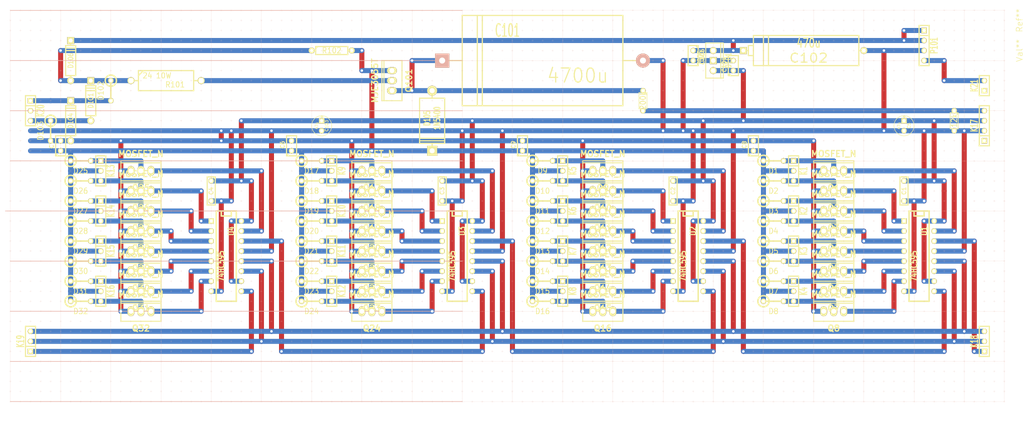
<source format=kicad_pcb>
(kicad_pcb (version 3) (host pcbnew "(2013-mar-13)-testing")
  (layers (15 F.Cu signal) (0 B.Cu signal) (18 B.Paste user) (19 F.Paste user) (20 B.SilkS user) (21 F.SilkS user) (22 B.Mask user) (23 F.Mask user) (28 Edge.Cuts user))
  (net 0 "")
  (net 1 /CDATAIN)
  (net 2 /CDATAOUT)
  (net 3 /CSHIFT)
  (net 4 /CSTORE)
  (net 5 /IN1)
  (net 6 /IN10)
  (net 7 /IN11)
  (net 8 /IN12)
  (net 9 /IN13)
  (net 10 /IN14)
  (net 11 /IN15)
  (net 12 /IN16)
  (net 13 /IN17)
  (net 14 /IN18)
  (net 15 /IN19)
  (net 16 /IN2)
  (net 17 /IN20)
  (net 18 /IN21)
  (net 19 /IN22)
  (net 20 /IN23)
  (net 21 /IN24)
  (net 22 /IN25)
  (net 23 /IN26)
  (net 24 /IN27)
  (net 25 /IN28)
  (net 26 /IN29)
  (net 27 /IN3)
  (net 28 /IN30)
  (net 29 /IN31)
  (net 30 /IN32)
  (net 31 /IN4)
  (net 32 /IN5)
  (net 33 /IN6)
  (net 34 /IN7)
  (net 35 /IN8)
  (net 36 /IN9)
  (net 37 /OUT1)
  (net 38 /OUT10)
  (net 39 /OUT11)
  (net 40 /OUT12)
  (net 41 /OUT13)
  (net 42 /OUT14)
  (net 43 /OUT15)
  (net 44 /OUT16)
  (net 45 /OUT17)
  (net 46 /OUT18)
  (net 47 /OUT19)
  (net 48 /OUT2)
  (net 49 /OUT20)
  (net 50 /OUT21)
  (net 51 /OUT22)
  (net 52 /OUT23)
  (net 53 /OUT24)
  (net 54 /OUT25)
  (net 55 /OUT26)
  (net 56 /OUT27)
  (net 57 /OUT28)
  (net 58 /OUT29)
  (net 59 /OUT3)
  (net 60 /OUT30)
  (net 61 /OUT31)
  (net 62 /OUT32)
  (net 63 /OUT4)
  (net 64 /OUT5)
  (net 65 /OUT6)
  (net 66 /OUT7)
  (net 67 /OUT8)
  (net 68 /OUT9)
  (net 69 "/Switcher Power/COILPULSE")
  (net 70 "/Switcher Power/COILV")
  (net 71 "/Switcher Power/LEDPWR")
  (net 72 "/Switcher Power/VAC 2")
  (net 73 "/Switcher Power/VAC1")
  (net 74 GND)
  (net 75 N-0000017)
  (net 76 N-0000018)
  (net 77 N-0000033)
  (net 78 N-0000035)
  (net 79 N-0000037)
  (net 80 N-000005)
  (net 81 N-0000082)
  (net 82 N-0000083)
  (net 83 N-0000084)
  (net 84 N-0000085)
  (net 85 VCC)
  (module DIP-16__300 (layer F.Cu) (at 252.73 113.03 270)
    (fp_text reference U1 (at -6.35 -1.27 270) (layer F.SilkS) (effects (font (size 1.524 1.143) (thickness 0.3048))))
    (fp_text value 74HC595 (at 2.54 1.27 270) (layer F.SilkS) (effects (font (size 1.524 1.143) (thickness 0.3048))))
    (pad 1 thru_hole rect (at -8.89 3.81 270) (size 1.397 1.397) (drill 0.8128) (layers *.Cu *.Mask F.SilkS) (net 16 /IN2))
    (pad 2 thru_hole circle (at -6.35 3.81 270) (size 1.397 1.397) (drill 0.8128) (layers *.Cu *.Mask F.SilkS) (net 27 /IN3))
    (pad 3 thru_hole circle (at -3.81 3.81 270) (size 1.397 1.397) (drill 0.8128) (layers *.Cu *.Mask F.SilkS) (net 31 /IN4))
    (pad 4 thru_hole circle (at -1.27 3.81 270) (size 1.397 1.397) (drill 0.8128) (layers *.Cu *.Mask F.SilkS) (net 32 /IN5))
    (pad 5 thru_hole circle (at 1.27 3.81 270) (size 1.397 1.397) (drill 0.8128) (layers *.Cu *.Mask F.SilkS) (net 33 /IN6))
    (pad 6 thru_hole circle (at 3.81 3.81 270) (size 1.397 1.397) (drill 0.8128) (layers *.Cu *.Mask F.SilkS) (net 34 /IN7))
    (pad 7 thru_hole circle (at 6.35 3.81 270) (size 1.397 1.397) (drill 0.8128) (layers *.Cu *.Mask F.SilkS) (net 35 /IN8))
    (pad 8 thru_hole circle (at 8.89 3.81 270) (size 1.397 1.397) (drill 0.8128) (layers *.Cu *.Mask F.SilkS) (net 74 GND))
    (pad 9 thru_hole circle (at 8.89 -3.81 270) (size 1.397 1.397) (drill 0.8128) (layers *.Cu *.Mask F.SilkS) (net 80 N-000005))
    (pad 10 thru_hole circle (at 6.35 -3.81 270) (size 1.397 1.397) (drill 0.8128) (layers *.Cu *.Mask F.SilkS) (net 85 VCC))
    (pad 11 thru_hole circle (at 3.81 -3.81 270) (size 1.397 1.397) (drill 0.8128) (layers *.Cu *.Mask F.SilkS) (net 3 /CSHIFT))
    (pad 12 thru_hole circle (at 1.27 -3.81 270) (size 1.397 1.397) (drill 0.8128) (layers *.Cu *.Mask F.SilkS) (net 4 /CSTORE))
    (pad 13 thru_hole circle (at -1.27 -3.81 270) (size 1.397 1.397) (drill 0.8128) (layers *.Cu *.Mask F.SilkS) (net 74 GND))
    (pad 14 thru_hole circle (at -3.81 -3.81 270) (size 1.397 1.397) (drill 0.8128) (layers *.Cu *.Mask F.SilkS) (net 1 /CDATAIN))
    (pad 15 thru_hole circle (at -6.35 -3.81 270) (size 1.397 1.397) (drill 0.8128) (layers *.Cu *.Mask F.SilkS) (net 5 /IN1))
    (pad 16 thru_hole circle (at -8.89 -3.81 270) (size 1.397 1.397) (drill 0.8128) (layers *.Cu *.Mask F.SilkS) (net 85 VCC))
  )
  (module DIP-16__300 (layer F.Cu) (at 194.31 113.03 270)
    (fp_text reference U2 (at -6.35 -1.27 270) (layer F.SilkS) (effects (font (size 1.524 1.143) (thickness 0.3048))))
    (fp_text value 74HC595 (at 2.54 1.27 270) (layer F.SilkS) (effects (font (size 1.524 1.143) (thickness 0.3048))))
    (pad 1 thru_hole rect (at -8.89 3.81 270) (size 1.397 1.397) (drill 0.8128) (layers *.Cu *.Mask F.SilkS) (net 6 /IN10))
    (pad 2 thru_hole circle (at -6.35 3.81 270) (size 1.397 1.397) (drill 0.8128) (layers *.Cu *.Mask F.SilkS) (net 7 /IN11))
    (pad 3 thru_hole circle (at -3.81 3.81 270) (size 1.397 1.397) (drill 0.8128) (layers *.Cu *.Mask F.SilkS) (net 8 /IN12))
    (pad 4 thru_hole circle (at -1.27 3.81 270) (size 1.397 1.397) (drill 0.8128) (layers *.Cu *.Mask F.SilkS) (net 9 /IN13))
    (pad 5 thru_hole circle (at 1.27 3.81 270) (size 1.397 1.397) (drill 0.8128) (layers *.Cu *.Mask F.SilkS) (net 10 /IN14))
    (pad 6 thru_hole circle (at 3.81 3.81 270) (size 1.397 1.397) (drill 0.8128) (layers *.Cu *.Mask F.SilkS) (net 11 /IN15))
    (pad 7 thru_hole circle (at 6.35 3.81 270) (size 1.397 1.397) (drill 0.8128) (layers *.Cu *.Mask F.SilkS) (net 12 /IN16))
    (pad 8 thru_hole circle (at 8.89 3.81 270) (size 1.397 1.397) (drill 0.8128) (layers *.Cu *.Mask F.SilkS) (net 74 GND))
    (pad 9 thru_hole circle (at 8.89 -3.81 270) (size 1.397 1.397) (drill 0.8128) (layers *.Cu *.Mask F.SilkS) (net 76 N-0000018))
    (pad 10 thru_hole circle (at 6.35 -3.81 270) (size 1.397 1.397) (drill 0.8128) (layers *.Cu *.Mask F.SilkS) (net 85 VCC))
    (pad 11 thru_hole circle (at 3.81 -3.81 270) (size 1.397 1.397) (drill 0.8128) (layers *.Cu *.Mask F.SilkS) (net 3 /CSHIFT))
    (pad 12 thru_hole circle (at 1.27 -3.81 270) (size 1.397 1.397) (drill 0.8128) (layers *.Cu *.Mask F.SilkS) (net 4 /CSTORE))
    (pad 13 thru_hole circle (at -1.27 -3.81 270) (size 1.397 1.397) (drill 0.8128) (layers *.Cu *.Mask F.SilkS) (net 74 GND))
    (pad 14 thru_hole circle (at -3.81 -3.81 270) (size 1.397 1.397) (drill 0.8128) (layers *.Cu *.Mask F.SilkS) (net 80 N-000005))
    (pad 15 thru_hole circle (at -6.35 -3.81 270) (size 1.397 1.397) (drill 0.8128) (layers *.Cu *.Mask F.SilkS) (net 36 /IN9))
    (pad 16 thru_hole circle (at -8.89 -3.81 270) (size 1.397 1.397) (drill 0.8128) (layers *.Cu *.Mask F.SilkS) (net 85 VCC))
  )
  (module C2 (layer F.Cu) (at 248.92 96.52 270)
    (fp_text reference C1 (at 0 0 270) (layer F.SilkS) (effects (font (size 1.016 1.016) (thickness 0.2032))))
    (fp_text value .1u hide)
    (pad 1 thru_hole circle (at -2.54 0 270) (size 1.397 1.397) (drill 0.8128) (layers *.Cu *.Mask F.SilkS) (net 85 VCC))
    (pad 2 thru_hole circle (at 2.54 0 270) (size 1.397 1.397) (drill 0.8128) (layers *.Cu *.Mask F.SilkS) (net 74 GND))
  )
  (module C2 (layer F.Cu) (at 190.5 96.52 270)
    (fp_text reference C2 (at 0 0 270) (layer F.SilkS) (effects (font (size 1.016 1.016) (thickness 0.2032))))
    (fp_text value .1u hide)
    (pad 1 thru_hole circle (at -2.54 0 270) (size 1.397 1.397) (drill 0.8128) (layers *.Cu *.Mask F.SilkS) (net 85 VCC))
    (pad 2 thru_hole circle (at 2.54 0 270) (size 1.397 1.397) (drill 0.8128) (layers *.Cu *.Mask F.SilkS) (net 74 GND))
  )
  (module to220_gds_vert (layer F.Cu) (at 231.14 91.44)
    (fp_text reference Q1 (at 0 4.318) (layer F.SilkS) (effects (font (thickness 0.3048))))
    (fp_text value MOSFET_N (at 0 -4.318) (layer F.SilkS) (effects (font (thickness 0.3048))))
    (pad G thru_hole oval (at 2.54 0) (size 1.74498 2.49936) (drill 1.24968) (layers *.Cu *.Mask F.SilkS) (net 5 /IN1))
    (pad D thru_hole oval (at 0 0) (size 1.74498 2.49936) (drill 1.24968) (layers *.Cu *.Mask F.SilkS) (net 37 /OUT1))
    (pad S thru_hole oval (at -2.54 0) (size 1.74498 2.49936) (drill 1.24968) (layers *.Cu *.Mask F.SilkS) (net 74 GND))
  )
  (module to220_gds_vert (layer F.Cu) (at 231.14 96.52)
    (fp_text reference Q2 (at 0 4.318) (layer F.SilkS) (effects (font (thickness 0.3048))))
    (fp_text value MOSFET_N (at 0 -4.318) (layer F.SilkS) (effects (font (thickness 0.3048))))
    (pad G thru_hole oval (at 2.54 0) (size 1.74498 2.49936) (drill 1.24968) (layers *.Cu *.Mask F.SilkS) (net 16 /IN2))
    (pad D thru_hole oval (at 0 0) (size 1.74498 2.49936) (drill 1.24968) (layers *.Cu *.Mask F.SilkS) (net 48 /OUT2))
    (pad S thru_hole oval (at -2.54 0) (size 1.74498 2.49936) (drill 1.24968) (layers *.Cu *.Mask F.SilkS) (net 74 GND))
  )
  (module to220_gds_vert (layer F.Cu) (at 231.14 101.6)
    (fp_text reference Q3 (at 0 4.318) (layer F.SilkS) (effects (font (thickness 0.3048))))
    (fp_text value MOSFET_N (at 0 -4.318) (layer F.SilkS) (effects (font (thickness 0.3048))))
    (pad G thru_hole oval (at 2.54 0) (size 1.74498 2.49936) (drill 1.24968) (layers *.Cu *.Mask F.SilkS) (net 27 /IN3))
    (pad D thru_hole oval (at 0 0) (size 1.74498 2.49936) (drill 1.24968) (layers *.Cu *.Mask F.SilkS) (net 59 /OUT3))
    (pad S thru_hole oval (at -2.54 0) (size 1.74498 2.49936) (drill 1.24968) (layers *.Cu *.Mask F.SilkS) (net 74 GND))
  )
  (module to220_gds_vert (layer F.Cu) (at 231.14 106.68)
    (fp_text reference Q4 (at 0 4.318) (layer F.SilkS) (effects (font (thickness 0.3048))))
    (fp_text value MOSFET_N (at 0 -4.318) (layer F.SilkS) (effects (font (thickness 0.3048))))
    (pad G thru_hole oval (at 2.54 0) (size 1.74498 2.49936) (drill 1.24968) (layers *.Cu *.Mask F.SilkS) (net 31 /IN4))
    (pad D thru_hole oval (at 0 0) (size 1.74498 2.49936) (drill 1.24968) (layers *.Cu *.Mask F.SilkS) (net 63 /OUT4))
    (pad S thru_hole oval (at -2.54 0) (size 1.74498 2.49936) (drill 1.24968) (layers *.Cu *.Mask F.SilkS) (net 74 GND))
  )
  (module to220_gds_vert (layer F.Cu) (at 231.14 111.76)
    (fp_text reference Q5 (at 0 4.318) (layer F.SilkS) (effects (font (thickness 0.3048))))
    (fp_text value MOSFET_N (at 0 -4.318) (layer F.SilkS) (effects (font (thickness 0.3048))))
    (pad G thru_hole oval (at 2.54 0) (size 1.74498 2.49936) (drill 1.24968) (layers *.Cu *.Mask F.SilkS) (net 32 /IN5))
    (pad D thru_hole oval (at 0 0) (size 1.74498 2.49936) (drill 1.24968) (layers *.Cu *.Mask F.SilkS) (net 64 /OUT5))
    (pad S thru_hole oval (at -2.54 0) (size 1.74498 2.49936) (drill 1.24968) (layers *.Cu *.Mask F.SilkS) (net 74 GND))
  )
  (module to220_gds_vert (layer F.Cu) (at 231.14 116.84)
    (fp_text reference Q6 (at 0 4.318) (layer F.SilkS) (effects (font (thickness 0.3048))))
    (fp_text value MOSFET_N (at 0 -4.318) (layer F.SilkS) (effects (font (thickness 0.3048))))
    (pad G thru_hole oval (at 2.54 0) (size 1.74498 2.49936) (drill 1.24968) (layers *.Cu *.Mask F.SilkS) (net 33 /IN6))
    (pad D thru_hole oval (at 0 0) (size 1.74498 2.49936) (drill 1.24968) (layers *.Cu *.Mask F.SilkS) (net 65 /OUT6))
    (pad S thru_hole oval (at -2.54 0) (size 1.74498 2.49936) (drill 1.24968) (layers *.Cu *.Mask F.SilkS) (net 74 GND))
  )
  (module to220_gds_vert (layer F.Cu) (at 231.14 121.92)
    (fp_text reference Q7 (at 0 4.318) (layer F.SilkS) (effects (font (thickness 0.3048))))
    (fp_text value MOSFET_N (at 0 -4.318) (layer F.SilkS) (effects (font (thickness 0.3048))))
    (pad G thru_hole oval (at 2.54 0) (size 1.74498 2.49936) (drill 1.24968) (layers *.Cu *.Mask F.SilkS) (net 34 /IN7))
    (pad D thru_hole oval (at 0 0) (size 1.74498 2.49936) (drill 1.24968) (layers *.Cu *.Mask F.SilkS) (net 66 /OUT7))
    (pad S thru_hole oval (at -2.54 0) (size 1.74498 2.49936) (drill 1.24968) (layers *.Cu *.Mask F.SilkS) (net 74 GND))
  )
  (module to220_gds_vert (layer F.Cu) (at 231.14 127)
    (fp_text reference Q8 (at 0 4.318) (layer F.SilkS) (effects (font (thickness 0.3048))))
    (fp_text value MOSFET_N (at 0 -4.318) (layer F.SilkS) (effects (font (thickness 0.3048))))
    (pad G thru_hole oval (at 2.54 0) (size 1.74498 2.49936) (drill 1.24968) (layers *.Cu *.Mask F.SilkS) (net 35 /IN8))
    (pad D thru_hole oval (at 0 0) (size 1.74498 2.49936) (drill 1.24968) (layers *.Cu *.Mask F.SilkS) (net 67 /OUT8))
    (pad S thru_hole oval (at -2.54 0) (size 1.74498 2.49936) (drill 1.24968) (layers *.Cu *.Mask F.SilkS) (net 74 GND))
  )
  (module to220_gds_vert (layer F.Cu) (at 172.72 91.44)
    (fp_text reference Q9 (at 0 4.318) (layer F.SilkS) (effects (font (thickness 0.3048))))
    (fp_text value MOSFET_N (at 0 -4.318) (layer F.SilkS) (effects (font (thickness 0.3048))))
    (pad G thru_hole oval (at 2.54 0) (size 1.74498 2.49936) (drill 1.24968) (layers *.Cu *.Mask F.SilkS) (net 36 /IN9))
    (pad D thru_hole oval (at 0 0) (size 1.74498 2.49936) (drill 1.24968) (layers *.Cu *.Mask F.SilkS) (net 68 /OUT9))
    (pad S thru_hole oval (at -2.54 0) (size 1.74498 2.49936) (drill 1.24968) (layers *.Cu *.Mask F.SilkS) (net 74 GND))
  )
  (module to220_gds_vert (layer F.Cu) (at 172.72 96.52)
    (fp_text reference Q10 (at 0 4.318) (layer F.SilkS) (effects (font (thickness 0.3048))))
    (fp_text value MOSFET_N (at 0 -4.318) (layer F.SilkS) (effects (font (thickness 0.3048))))
    (pad G thru_hole oval (at 2.54 0) (size 1.74498 2.49936) (drill 1.24968) (layers *.Cu *.Mask F.SilkS) (net 6 /IN10))
    (pad D thru_hole oval (at 0 0) (size 1.74498 2.49936) (drill 1.24968) (layers *.Cu *.Mask F.SilkS) (net 38 /OUT10))
    (pad S thru_hole oval (at -2.54 0) (size 1.74498 2.49936) (drill 1.24968) (layers *.Cu *.Mask F.SilkS) (net 74 GND))
  )
  (module to220_gds_vert (layer F.Cu) (at 172.72 101.6)
    (fp_text reference Q11 (at 0 4.318) (layer F.SilkS) (effects (font (thickness 0.3048))))
    (fp_text value MOSFET_N (at 0 -4.318) (layer F.SilkS) (effects (font (thickness 0.3048))))
    (pad G thru_hole oval (at 2.54 0) (size 1.74498 2.49936) (drill 1.24968) (layers *.Cu *.Mask F.SilkS) (net 7 /IN11))
    (pad D thru_hole oval (at 0 0) (size 1.74498 2.49936) (drill 1.24968) (layers *.Cu *.Mask F.SilkS) (net 39 /OUT11))
    (pad S thru_hole oval (at -2.54 0) (size 1.74498 2.49936) (drill 1.24968) (layers *.Cu *.Mask F.SilkS) (net 74 GND))
  )
  (module to220_gds_vert (layer F.Cu) (at 172.72 106.68)
    (fp_text reference Q12 (at 0 4.318) (layer F.SilkS) (effects (font (thickness 0.3048))))
    (fp_text value MOSFET_N (at 0 -4.318) (layer F.SilkS) (effects (font (thickness 0.3048))))
    (pad G thru_hole oval (at 2.54 0) (size 1.74498 2.49936) (drill 1.24968) (layers *.Cu *.Mask F.SilkS) (net 8 /IN12))
    (pad D thru_hole oval (at 0 0) (size 1.74498 2.49936) (drill 1.24968) (layers *.Cu *.Mask F.SilkS) (net 40 /OUT12))
    (pad S thru_hole oval (at -2.54 0) (size 1.74498 2.49936) (drill 1.24968) (layers *.Cu *.Mask F.SilkS) (net 74 GND))
  )
  (module to220_gds_vert (layer F.Cu) (at 172.72 111.76)
    (fp_text reference Q13 (at 0 4.318) (layer F.SilkS) (effects (font (thickness 0.3048))))
    (fp_text value MOSFET_N (at 0 -4.318) (layer F.SilkS) (effects (font (thickness 0.3048))))
    (pad G thru_hole oval (at 2.54 0) (size 1.74498 2.49936) (drill 1.24968) (layers *.Cu *.Mask F.SilkS) (net 9 /IN13))
    (pad D thru_hole oval (at 0 0) (size 1.74498 2.49936) (drill 1.24968) (layers *.Cu *.Mask F.SilkS) (net 41 /OUT13))
    (pad S thru_hole oval (at -2.54 0) (size 1.74498 2.49936) (drill 1.24968) (layers *.Cu *.Mask F.SilkS) (net 74 GND))
  )
  (module to220_gds_vert (layer F.Cu) (at 172.72 116.84)
    (fp_text reference Q14 (at 0 4.318) (layer F.SilkS) (effects (font (thickness 0.3048))))
    (fp_text value MOSFET_N (at 0 -4.318) (layer F.SilkS) (effects (font (thickness 0.3048))))
    (pad G thru_hole oval (at 2.54 0) (size 1.74498 2.49936) (drill 1.24968) (layers *.Cu *.Mask F.SilkS) (net 10 /IN14))
    (pad D thru_hole oval (at 0 0) (size 1.74498 2.49936) (drill 1.24968) (layers *.Cu *.Mask F.SilkS) (net 42 /OUT14))
    (pad S thru_hole oval (at -2.54 0) (size 1.74498 2.49936) (drill 1.24968) (layers *.Cu *.Mask F.SilkS) (net 74 GND))
  )
  (module SIL-3 (layer F.Cu) (at 220.98 91.44 270)
    (fp_text reference K1 (at 0 -2.54 270) (layer F.SilkS) (effects (font (size 1.7907 1.07696) (thickness 0.3048))))
    (fp_text value CONN_3 hide)
    (pad 1 thru_hole rect (at -2.54 0 270) (size 1.397 1.397) (drill 0.8128) (layers *.Cu *.Mask F.SilkS) (net 37 /OUT1))
    (pad 2 thru_hole circle (at 0 0 270) (size 1.397 1.397) (drill 0.8128) (layers *.Cu *.Mask F.SilkS) (net 69 "/Switcher Power/COILPULSE"))
    (pad 3 thru_hole circle (at 2.54 0 270) (size 1.397 1.397) (drill 0.8128) (layers *.Cu *.Mask F.SilkS) (net 48 /OUT2))
  )
  (module SIL-3 (layer F.Cu) (at 220.98 101.6 270)
    (fp_text reference K2 (at 0 -2.54 270) (layer F.SilkS) (effects (font (size 1.7907 1.07696) (thickness 0.3048))))
    (fp_text value CONN_3 hide)
    (pad 1 thru_hole rect (at -2.54 0 270) (size 1.397 1.397) (drill 0.8128) (layers *.Cu *.Mask F.SilkS) (net 59 /OUT3))
    (pad 2 thru_hole circle (at 0 0 270) (size 1.397 1.397) (drill 0.8128) (layers *.Cu *.Mask F.SilkS) (net 69 "/Switcher Power/COILPULSE"))
    (pad 3 thru_hole circle (at 2.54 0 270) (size 1.397 1.397) (drill 0.8128) (layers *.Cu *.Mask F.SilkS) (net 63 /OUT4))
  )
  (module SIL-3 (layer F.Cu) (at 220.98 111.76 270)
    (fp_text reference K3 (at 0 -2.54 270) (layer F.SilkS) (effects (font (size 1.7907 1.07696) (thickness 0.3048))))
    (fp_text value CONN_3 hide)
    (pad 1 thru_hole rect (at -2.54 0 270) (size 1.397 1.397) (drill 0.8128) (layers *.Cu *.Mask F.SilkS) (net 64 /OUT5))
    (pad 2 thru_hole circle (at 0 0 270) (size 1.397 1.397) (drill 0.8128) (layers *.Cu *.Mask F.SilkS) (net 69 "/Switcher Power/COILPULSE"))
    (pad 3 thru_hole circle (at 2.54 0 270) (size 1.397 1.397) (drill 0.8128) (layers *.Cu *.Mask F.SilkS) (net 65 /OUT6))
  )
  (module SIL-3 (layer F.Cu) (at 220.98 121.92 270)
    (fp_text reference K4 (at 0 -2.54 270) (layer F.SilkS) (effects (font (size 1.7907 1.07696) (thickness 0.3048))))
    (fp_text value CONN_3 hide)
    (pad 1 thru_hole rect (at -2.54 0 270) (size 1.397 1.397) (drill 0.8128) (layers *.Cu *.Mask F.SilkS) (net 66 /OUT7))
    (pad 2 thru_hole circle (at 0 0 270) (size 1.397 1.397) (drill 0.8128) (layers *.Cu *.Mask F.SilkS) (net 69 "/Switcher Power/COILPULSE"))
    (pad 3 thru_hole circle (at 2.54 0 270) (size 1.397 1.397) (drill 0.8128) (layers *.Cu *.Mask F.SilkS) (net 67 /OUT8))
  )
  (module SIL-3 (layer F.Cu) (at 162.56 91.44 270)
    (fp_text reference K5 (at 0 -2.54 270) (layer F.SilkS) (effects (font (size 1.7907 1.07696) (thickness 0.3048))))
    (fp_text value CONN_3 hide)
    (pad 1 thru_hole rect (at -2.54 0 270) (size 1.397 1.397) (drill 0.8128) (layers *.Cu *.Mask F.SilkS) (net 68 /OUT9))
    (pad 2 thru_hole circle (at 0 0 270) (size 1.397 1.397) (drill 0.8128) (layers *.Cu *.Mask F.SilkS) (net 69 "/Switcher Power/COILPULSE"))
    (pad 3 thru_hole circle (at 2.54 0 270) (size 1.397 1.397) (drill 0.8128) (layers *.Cu *.Mask F.SilkS) (net 38 /OUT10))
  )
  (module SIL-3 (layer F.Cu) (at 162.56 101.6 270)
    (fp_text reference K6 (at 0 -2.54 270) (layer F.SilkS) (effects (font (size 1.7907 1.07696) (thickness 0.3048))))
    (fp_text value CONN_3 hide)
    (pad 1 thru_hole rect (at -2.54 0 270) (size 1.397 1.397) (drill 0.8128) (layers *.Cu *.Mask F.SilkS) (net 39 /OUT11))
    (pad 2 thru_hole circle (at 0 0 270) (size 1.397 1.397) (drill 0.8128) (layers *.Cu *.Mask F.SilkS) (net 69 "/Switcher Power/COILPULSE"))
    (pad 3 thru_hole circle (at 2.54 0 270) (size 1.397 1.397) (drill 0.8128) (layers *.Cu *.Mask F.SilkS) (net 40 /OUT12))
  )
  (module SIL-3 (layer F.Cu) (at 162.56 111.76 270)
    (fp_text reference K7 (at 0 -2.54 270) (layer F.SilkS) (effects (font (size 1.7907 1.07696) (thickness 0.3048))))
    (fp_text value CONN_3 hide)
    (pad 1 thru_hole rect (at -2.54 0 270) (size 1.397 1.397) (drill 0.8128) (layers *.Cu *.Mask F.SilkS) (net 41 /OUT13))
    (pad 2 thru_hole circle (at 0 0 270) (size 1.397 1.397) (drill 0.8128) (layers *.Cu *.Mask F.SilkS) (net 69 "/Switcher Power/COILPULSE"))
    (pad 3 thru_hole circle (at 2.54 0 270) (size 1.397 1.397) (drill 0.8128) (layers *.Cu *.Mask F.SilkS) (net 42 /OUT14))
  )
  (module SIL-3 (layer F.Cu) (at 162.56 121.92 270)
    (fp_text reference K8 (at 0 -2.54 270) (layer F.SilkS) (effects (font (size 1.7907 1.07696) (thickness 0.3048))))
    (fp_text value CONN_3 hide)
    (pad 1 thru_hole rect (at -2.54 0 270) (size 1.397 1.397) (drill 0.8128) (layers *.Cu *.Mask F.SilkS) (net 43 /OUT15))
    (pad 2 thru_hole circle (at 0 0 270) (size 1.397 1.397) (drill 0.8128) (layers *.Cu *.Mask F.SilkS) (net 69 "/Switcher Power/COILPULSE"))
    (pad 3 thru_hole circle (at 2.54 0 270) (size 1.397 1.397) (drill 0.8128) (layers *.Cu *.Mask F.SilkS) (net 44 /OUT16))
  )
  (module to220_gds_vert (layer F.Cu) (at 172.72 121.92)
    (fp_text reference Q15 (at 0 4.318) (layer F.SilkS) (effects (font (thickness 0.3048))))
    (fp_text value MOSFET_N (at 0 -4.318) (layer F.SilkS) (effects (font (thickness 0.3048))))
    (pad G thru_hole oval (at 2.54 0) (size 1.74498 2.49936) (drill 1.24968) (layers *.Cu *.Mask F.SilkS) (net 11 /IN15))
    (pad D thru_hole oval (at 0 0) (size 1.74498 2.49936) (drill 1.24968) (layers *.Cu *.Mask F.SilkS) (net 43 /OUT15))
    (pad S thru_hole oval (at -2.54 0) (size 1.74498 2.49936) (drill 1.24968) (layers *.Cu *.Mask F.SilkS) (net 74 GND))
  )
  (module to220_gds_vert (layer F.Cu) (at 172.72 127)
    (fp_text reference Q16 (at 0 4.318) (layer F.SilkS) (effects (font (thickness 0.3048))))
    (fp_text value MOSFET_N (at 0 -4.318) (layer F.SilkS) (effects (font (thickness 0.3048))))
    (pad G thru_hole oval (at 2.54 0) (size 1.74498 2.49936) (drill 1.24968) (layers *.Cu *.Mask F.SilkS) (net 12 /IN16))
    (pad D thru_hole oval (at 0 0) (size 1.74498 2.49936) (drill 1.24968) (layers *.Cu *.Mask F.SilkS) (net 44 /OUT16))
    (pad S thru_hole oval (at -2.54 0) (size 1.74498 2.49936) (drill 1.24968) (layers *.Cu *.Mask F.SilkS) (net 74 GND))
  )
  (module SIL-3 (layer F.Cu) (at 104.14 91.44 270)
    (fp_text reference K9 (at 0 -2.54 270) (layer F.SilkS) (effects (font (size 1.7907 1.07696) (thickness 0.3048))))
    (fp_text value CONN_3 hide)
    (pad 1 thru_hole rect (at -2.54 0 270) (size 1.397 1.397) (drill 0.8128) (layers *.Cu *.Mask F.SilkS) (net 45 /OUT17))
    (pad 2 thru_hole circle (at 0 0 270) (size 1.397 1.397) (drill 0.8128) (layers *.Cu *.Mask F.SilkS) (net 69 "/Switcher Power/COILPULSE"))
    (pad 3 thru_hole circle (at 2.54 0 270) (size 1.397 1.397) (drill 0.8128) (layers *.Cu *.Mask F.SilkS) (net 46 /OUT18))
  )
  (module SIL-3 (layer F.Cu) (at 104.14 101.6 270)
    (fp_text reference K10 (at 0 -2.54 270) (layer F.SilkS) (effects (font (size 1.7907 1.07696) (thickness 0.3048))))
    (fp_text value CONN_3 hide)
    (pad 1 thru_hole rect (at -2.54 0 270) (size 1.397 1.397) (drill 0.8128) (layers *.Cu *.Mask F.SilkS) (net 47 /OUT19))
    (pad 2 thru_hole circle (at 0 0 270) (size 1.397 1.397) (drill 0.8128) (layers *.Cu *.Mask F.SilkS) (net 69 "/Switcher Power/COILPULSE"))
    (pad 3 thru_hole circle (at 2.54 0 270) (size 1.397 1.397) (drill 0.8128) (layers *.Cu *.Mask F.SilkS) (net 49 /OUT20))
  )
  (module SIL-3 (layer F.Cu) (at 104.14 111.76 270)
    (fp_text reference K11 (at 0 -2.54 270) (layer F.SilkS) (effects (font (size 1.7907 1.07696) (thickness 0.3048))))
    (fp_text value CONN_3 hide)
    (pad 1 thru_hole rect (at -2.54 0 270) (size 1.397 1.397) (drill 0.8128) (layers *.Cu *.Mask F.SilkS) (net 50 /OUT21))
    (pad 2 thru_hole circle (at 0 0 270) (size 1.397 1.397) (drill 0.8128) (layers *.Cu *.Mask F.SilkS) (net 69 "/Switcher Power/COILPULSE"))
    (pad 3 thru_hole circle (at 2.54 0 270) (size 1.397 1.397) (drill 0.8128) (layers *.Cu *.Mask F.SilkS) (net 51 /OUT22))
  )
  (module SIL-3 (layer F.Cu) (at 104.14 121.92 270)
    (fp_text reference K12 (at 0 -2.54 270) (layer F.SilkS) (effects (font (size 1.7907 1.07696) (thickness 0.3048))))
    (fp_text value CONN_3 hide)
    (pad 1 thru_hole rect (at -2.54 0 270) (size 1.397 1.397) (drill 0.8128) (layers *.Cu *.Mask F.SilkS) (net 52 /OUT23))
    (pad 2 thru_hole circle (at 0 0 270) (size 1.397 1.397) (drill 0.8128) (layers *.Cu *.Mask F.SilkS) (net 69 "/Switcher Power/COILPULSE"))
    (pad 3 thru_hole circle (at 2.54 0 270) (size 1.397 1.397) (drill 0.8128) (layers *.Cu *.Mask F.SilkS) (net 53 /OUT24))
  )
  (module SIL-3 (layer F.Cu) (at 45.72 91.44 270)
    (fp_text reference K13 (at 0 -2.54 270) (layer F.SilkS) (effects (font (size 1.7907 1.07696) (thickness 0.3048))))
    (fp_text value CONN_3 hide)
    (pad 1 thru_hole rect (at -2.54 0 270) (size 1.397 1.397) (drill 0.8128) (layers *.Cu *.Mask F.SilkS) (net 54 /OUT25))
    (pad 2 thru_hole circle (at 0 0 270) (size 1.397 1.397) (drill 0.8128) (layers *.Cu *.Mask F.SilkS) (net 69 "/Switcher Power/COILPULSE"))
    (pad 3 thru_hole circle (at 2.54 0 270) (size 1.397 1.397) (drill 0.8128) (layers *.Cu *.Mask F.SilkS) (net 55 /OUT26))
  )
  (module SIL-3 (layer F.Cu) (at 45.72 101.6 270)
    (fp_text reference K14 (at 0 -2.54 270) (layer F.SilkS) (effects (font (size 1.7907 1.07696) (thickness 0.3048))))
    (fp_text value CONN_3 hide)
    (pad 1 thru_hole rect (at -2.54 0 270) (size 1.397 1.397) (drill 0.8128) (layers *.Cu *.Mask F.SilkS) (net 56 /OUT27))
    (pad 2 thru_hole circle (at 0 0 270) (size 1.397 1.397) (drill 0.8128) (layers *.Cu *.Mask F.SilkS) (net 69 "/Switcher Power/COILPULSE"))
    (pad 3 thru_hole circle (at 2.54 0 270) (size 1.397 1.397) (drill 0.8128) (layers *.Cu *.Mask F.SilkS) (net 57 /OUT28))
  )
  (module SIL-3 (layer F.Cu) (at 45.72 111.76 270)
    (fp_text reference K15 (at 0 -2.54 270) (layer F.SilkS) (effects (font (size 1.7907 1.07696) (thickness 0.3048))))
    (fp_text value CONN_3 hide)
    (pad 1 thru_hole rect (at -2.54 0 270) (size 1.397 1.397) (drill 0.8128) (layers *.Cu *.Mask F.SilkS) (net 58 /OUT29))
    (pad 2 thru_hole circle (at 0 0 270) (size 1.397 1.397) (drill 0.8128) (layers *.Cu *.Mask F.SilkS) (net 69 "/Switcher Power/COILPULSE"))
    (pad 3 thru_hole circle (at 2.54 0 270) (size 1.397 1.397) (drill 0.8128) (layers *.Cu *.Mask F.SilkS) (net 60 /OUT30))
  )
  (module SIL-3 (layer F.Cu) (at 45.72 121.92 270)
    (fp_text reference K16 (at 0 -2.54 270) (layer F.SilkS) (effects (font (size 1.7907 1.07696) (thickness 0.3048))))
    (fp_text value CONN_3 hide)
    (pad 1 thru_hole rect (at -2.54 0 270) (size 1.397 1.397) (drill 0.8128) (layers *.Cu *.Mask F.SilkS) (net 61 /OUT31))
    (pad 2 thru_hole circle (at 0 0 270) (size 1.397 1.397) (drill 0.8128) (layers *.Cu *.Mask F.SilkS) (net 69 "/Switcher Power/COILPULSE"))
    (pad 3 thru_hole circle (at 2.54 0 270) (size 1.397 1.397) (drill 0.8128) (layers *.Cu *.Mask F.SilkS) (net 62 /OUT32))
  )
  (module SIL-3 (layer F.Cu) (at 269.24 134.62 90)
    (fp_text reference K18 (at 0 -2.54 90) (layer F.SilkS) (effects (font (size 1.7907 1.07696) (thickness 0.3048))))
    (fp_text value CONN_3 hide)
    (pad 1 thru_hole rect (at -2.54 0 90) (size 1.397 1.397) (drill 0.8128) (layers *.Cu *.Mask F.SilkS) (net 1 /CDATAIN))
    (pad 2 thru_hole circle (at 0 0 90) (size 1.397 1.397) (drill 0.8128) (layers *.Cu *.Mask F.SilkS) (net 3 /CSHIFT))
    (pad 3 thru_hole circle (at 2.54 0 90) (size 1.397 1.397) (drill 0.8128) (layers *.Cu *.Mask F.SilkS) (net 4 /CSTORE))
  )
  (module SIL-3 (layer F.Cu) (at 27.94 134.62 90)
    (fp_text reference K19 (at 0 -2.54 90) (layer F.SilkS) (effects (font (size 1.7907 1.07696) (thickness 0.3048))))
    (fp_text value CONN_3 hide)
    (pad 1 thru_hole rect (at -2.54 0 90) (size 1.397 1.397) (drill 0.8128) (layers *.Cu *.Mask F.SilkS) (net 2 /CDATAOUT))
    (pad 2 thru_hole circle (at 0 0 90) (size 1.397 1.397) (drill 0.8128) (layers *.Cu *.Mask F.SilkS) (net 3 /CSHIFT))
    (pad 3 thru_hole circle (at 2.54 0 90) (size 1.397 1.397) (drill 0.8128) (layers *.Cu *.Mask F.SilkS) (net 4 /CSTORE))
  )
  (module to220_gds_vert (layer F.Cu) (at 114.3 91.44)
    (fp_text reference Q17 (at 0 4.318) (layer F.SilkS) (effects (font (thickness 0.3048))))
    (fp_text value MOSFET_N (at 0 -4.318) (layer F.SilkS) (effects (font (thickness 0.3048))))
    (pad G thru_hole oval (at 2.54 0) (size 1.74498 2.49936) (drill 1.24968) (layers *.Cu *.Mask F.SilkS) (net 13 /IN17))
    (pad D thru_hole oval (at 0 0) (size 1.74498 2.49936) (drill 1.24968) (layers *.Cu *.Mask F.SilkS) (net 45 /OUT17))
    (pad S thru_hole oval (at -2.54 0) (size 1.74498 2.49936) (drill 1.24968) (layers *.Cu *.Mask F.SilkS) (net 74 GND))
  )
  (module to220_gds_vert (layer F.Cu) (at 114.3 96.52)
    (fp_text reference Q18 (at 0 4.318) (layer F.SilkS) (effects (font (thickness 0.3048))))
    (fp_text value MOSFET_N (at 0 -4.318) (layer F.SilkS) (effects (font (thickness 0.3048))))
    (pad G thru_hole oval (at 2.54 0) (size 1.74498 2.49936) (drill 1.24968) (layers *.Cu *.Mask F.SilkS) (net 14 /IN18))
    (pad D thru_hole oval (at 0 0) (size 1.74498 2.49936) (drill 1.24968) (layers *.Cu *.Mask F.SilkS) (net 46 /OUT18))
    (pad S thru_hole oval (at -2.54 0) (size 1.74498 2.49936) (drill 1.24968) (layers *.Cu *.Mask F.SilkS) (net 74 GND))
  )
  (module to220_gds_vert (layer F.Cu) (at 114.3 101.6)
    (fp_text reference Q19 (at 0 4.318) (layer F.SilkS) (effects (font (thickness 0.3048))))
    (fp_text value MOSFET_N (at 0 -4.318) (layer F.SilkS) (effects (font (thickness 0.3048))))
    (pad G thru_hole oval (at 2.54 0) (size 1.74498 2.49936) (drill 1.24968) (layers *.Cu *.Mask F.SilkS) (net 15 /IN19))
    (pad D thru_hole oval (at 0 0) (size 1.74498 2.49936) (drill 1.24968) (layers *.Cu *.Mask F.SilkS) (net 47 /OUT19))
    (pad S thru_hole oval (at -2.54 0) (size 1.74498 2.49936) (drill 1.24968) (layers *.Cu *.Mask F.SilkS) (net 74 GND))
  )
  (module to220_gds_vert (layer F.Cu) (at 114.3 106.68)
    (fp_text reference Q20 (at 0 4.318) (layer F.SilkS) (effects (font (thickness 0.3048))))
    (fp_text value MOSFET_N (at 0 -4.318) (layer F.SilkS) (effects (font (thickness 0.3048))))
    (pad G thru_hole oval (at 2.54 0) (size 1.74498 2.49936) (drill 1.24968) (layers *.Cu *.Mask F.SilkS) (net 17 /IN20))
    (pad D thru_hole oval (at 0 0) (size 1.74498 2.49936) (drill 1.24968) (layers *.Cu *.Mask F.SilkS) (net 49 /OUT20))
    (pad S thru_hole oval (at -2.54 0) (size 1.74498 2.49936) (drill 1.24968) (layers *.Cu *.Mask F.SilkS) (net 74 GND))
  )
  (module to220_gds_vert (layer F.Cu) (at 114.3 111.76)
    (fp_text reference Q21 (at 0 4.318) (layer F.SilkS) (effects (font (thickness 0.3048))))
    (fp_text value MOSFET_N (at 0 -4.318) (layer F.SilkS) (effects (font (thickness 0.3048))))
    (pad G thru_hole oval (at 2.54 0) (size 1.74498 2.49936) (drill 1.24968) (layers *.Cu *.Mask F.SilkS) (net 18 /IN21))
    (pad D thru_hole oval (at 0 0) (size 1.74498 2.49936) (drill 1.24968) (layers *.Cu *.Mask F.SilkS) (net 50 /OUT21))
    (pad S thru_hole oval (at -2.54 0) (size 1.74498 2.49936) (drill 1.24968) (layers *.Cu *.Mask F.SilkS) (net 74 GND))
  )
  (module to220_gds_vert (layer F.Cu) (at 114.3 116.84)
    (fp_text reference Q22 (at 0 4.318) (layer F.SilkS) (effects (font (thickness 0.3048))))
    (fp_text value MOSFET_N (at 0 -4.318) (layer F.SilkS) (effects (font (thickness 0.3048))))
    (pad G thru_hole oval (at 2.54 0) (size 1.74498 2.49936) (drill 1.24968) (layers *.Cu *.Mask F.SilkS) (net 19 /IN22))
    (pad D thru_hole oval (at 0 0) (size 1.74498 2.49936) (drill 1.24968) (layers *.Cu *.Mask F.SilkS) (net 51 /OUT22))
    (pad S thru_hole oval (at -2.54 0) (size 1.74498 2.49936) (drill 1.24968) (layers *.Cu *.Mask F.SilkS) (net 74 GND))
  )
  (module to220_gds_vert (layer F.Cu) (at 114.3 121.92)
    (fp_text reference Q23 (at 0 4.318) (layer F.SilkS) (effects (font (thickness 0.3048))))
    (fp_text value MOSFET_N (at 0 -4.318) (layer F.SilkS) (effects (font (thickness 0.3048))))
    (pad G thru_hole oval (at 2.54 0) (size 1.74498 2.49936) (drill 1.24968) (layers *.Cu *.Mask F.SilkS) (net 20 /IN23))
    (pad D thru_hole oval (at 0 0) (size 1.74498 2.49936) (drill 1.24968) (layers *.Cu *.Mask F.SilkS) (net 52 /OUT23))
    (pad S thru_hole oval (at -2.54 0) (size 1.74498 2.49936) (drill 1.24968) (layers *.Cu *.Mask F.SilkS) (net 74 GND))
  )
  (module to220_gds_vert (layer F.Cu) (at 114.3 127)
    (fp_text reference Q24 (at 0 4.318) (layer F.SilkS) (effects (font (thickness 0.3048))))
    (fp_text value MOSFET_N (at 0 -4.318) (layer F.SilkS) (effects (font (thickness 0.3048))))
    (pad G thru_hole oval (at 2.54 0) (size 1.74498 2.49936) (drill 1.24968) (layers *.Cu *.Mask F.SilkS) (net 21 /IN24))
    (pad D thru_hole oval (at 0 0) (size 1.74498 2.49936) (drill 1.24968) (layers *.Cu *.Mask F.SilkS) (net 53 /OUT24))
    (pad S thru_hole oval (at -2.54 0) (size 1.74498 2.49936) (drill 1.24968) (layers *.Cu *.Mask F.SilkS) (net 74 GND))
  )
  (module to220_gds_vert (layer F.Cu) (at 55.88 91.44)
    (fp_text reference Q25 (at 0 4.318) (layer F.SilkS) (effects (font (thickness 0.3048))))
    (fp_text value MOSFET_N (at 0 -4.318) (layer F.SilkS) (effects (font (thickness 0.3048))))
    (pad G thru_hole oval (at 2.54 0) (size 1.74498 2.49936) (drill 1.24968) (layers *.Cu *.Mask F.SilkS) (net 22 /IN25))
    (pad D thru_hole oval (at 0 0) (size 1.74498 2.49936) (drill 1.24968) (layers *.Cu *.Mask F.SilkS) (net 54 /OUT25))
    (pad S thru_hole oval (at -2.54 0) (size 1.74498 2.49936) (drill 1.24968) (layers *.Cu *.Mask F.SilkS) (net 74 GND))
  )
  (module to220_gds_vert (layer F.Cu) (at 55.88 96.52)
    (fp_text reference Q26 (at 0 4.318) (layer F.SilkS) (effects (font (thickness 0.3048))))
    (fp_text value MOSFET_N (at 0 -4.318) (layer F.SilkS) (effects (font (thickness 0.3048))))
    (pad G thru_hole oval (at 2.54 0) (size 1.74498 2.49936) (drill 1.24968) (layers *.Cu *.Mask F.SilkS) (net 23 /IN26))
    (pad D thru_hole oval (at 0 0) (size 1.74498 2.49936) (drill 1.24968) (layers *.Cu *.Mask F.SilkS) (net 55 /OUT26))
    (pad S thru_hole oval (at -2.54 0) (size 1.74498 2.49936) (drill 1.24968) (layers *.Cu *.Mask F.SilkS) (net 74 GND))
  )
  (module to220_gds_vert (layer F.Cu) (at 55.88 101.6)
    (fp_text reference Q27 (at 0 4.318) (layer F.SilkS) (effects (font (thickness 0.3048))))
    (fp_text value MOSFET_N (at 0 -4.318) (layer F.SilkS) (effects (font (thickness 0.3048))))
    (pad G thru_hole oval (at 2.54 0) (size 1.74498 2.49936) (drill 1.24968) (layers *.Cu *.Mask F.SilkS) (net 24 /IN27))
    (pad D thru_hole oval (at 0 0) (size 1.74498 2.49936) (drill 1.24968) (layers *.Cu *.Mask F.SilkS) (net 56 /OUT27))
    (pad S thru_hole oval (at -2.54 0) (size 1.74498 2.49936) (drill 1.24968) (layers *.Cu *.Mask F.SilkS) (net 74 GND))
  )
  (module to220_gds_vert (layer F.Cu) (at 55.88 106.68)
    (fp_text reference Q28 (at 0 4.318) (layer F.SilkS) (effects (font (thickness 0.3048))))
    (fp_text value MOSFET_N (at 0 -4.318) (layer F.SilkS) (effects (font (thickness 0.3048))))
    (pad G thru_hole oval (at 2.54 0) (size 1.74498 2.49936) (drill 1.24968) (layers *.Cu *.Mask F.SilkS) (net 25 /IN28))
    (pad D thru_hole oval (at 0 0) (size 1.74498 2.49936) (drill 1.24968) (layers *.Cu *.Mask F.SilkS) (net 57 /OUT28))
    (pad S thru_hole oval (at -2.54 0) (size 1.74498 2.49936) (drill 1.24968) (layers *.Cu *.Mask F.SilkS) (net 74 GND))
  )
  (module to220_gds_vert (layer F.Cu) (at 55.88 111.76)
    (fp_text reference Q29 (at 0 4.318) (layer F.SilkS) (effects (font (thickness 0.3048))))
    (fp_text value MOSFET_N (at 0 -4.318) (layer F.SilkS) (effects (font (thickness 0.3048))))
    (pad G thru_hole oval (at 2.54 0) (size 1.74498 2.49936) (drill 1.24968) (layers *.Cu *.Mask F.SilkS) (net 26 /IN29))
    (pad D thru_hole oval (at 0 0) (size 1.74498 2.49936) (drill 1.24968) (layers *.Cu *.Mask F.SilkS) (net 58 /OUT29))
    (pad S thru_hole oval (at -2.54 0) (size 1.74498 2.49936) (drill 1.24968) (layers *.Cu *.Mask F.SilkS) (net 74 GND))
  )
  (module to220_gds_vert (layer F.Cu) (at 55.88 116.84)
    (fp_text reference Q30 (at 0 4.318) (layer F.SilkS) (effects (font (thickness 0.3048))))
    (fp_text value MOSFET_N (at 0 -4.318) (layer F.SilkS) (effects (font (thickness 0.3048))))
    (pad G thru_hole oval (at 2.54 0) (size 1.74498 2.49936) (drill 1.24968) (layers *.Cu *.Mask F.SilkS) (net 28 /IN30))
    (pad D thru_hole oval (at 0 0) (size 1.74498 2.49936) (drill 1.24968) (layers *.Cu *.Mask F.SilkS) (net 60 /OUT30))
    (pad S thru_hole oval (at -2.54 0) (size 1.74498 2.49936) (drill 1.24968) (layers *.Cu *.Mask F.SilkS) (net 74 GND))
  )
  (module to220_gds_vert (layer F.Cu) (at 55.88 121.92)
    (fp_text reference Q31 (at 0 4.318) (layer F.SilkS) (effects (font (thickness 0.3048))))
    (fp_text value MOSFET_N (at 0 -4.318) (layer F.SilkS) (effects (font (thickness 0.3048))))
    (pad G thru_hole oval (at 2.54 0) (size 1.74498 2.49936) (drill 1.24968) (layers *.Cu *.Mask F.SilkS) (net 29 /IN31))
    (pad D thru_hole oval (at 0 0) (size 1.74498 2.49936) (drill 1.24968) (layers *.Cu *.Mask F.SilkS) (net 61 /OUT31))
    (pad S thru_hole oval (at -2.54 0) (size 1.74498 2.49936) (drill 1.24968) (layers *.Cu *.Mask F.SilkS) (net 74 GND))
  )
  (module to220_gds_vert (layer F.Cu) (at 55.88 127)
    (fp_text reference Q32 (at 0 4.318) (layer F.SilkS) (effects (font (thickness 0.3048))))
    (fp_text value MOSFET_N (at 0 -4.318) (layer F.SilkS) (effects (font (thickness 0.3048))))
    (pad G thru_hole oval (at 2.54 0) (size 1.74498 2.49936) (drill 1.24968) (layers *.Cu *.Mask F.SilkS) (net 30 /IN32))
    (pad D thru_hole oval (at 0 0) (size 1.74498 2.49936) (drill 1.24968) (layers *.Cu *.Mask F.SilkS) (net 62 /OUT32))
    (pad S thru_hole oval (at -2.54 0) (size 1.74498 2.49936) (drill 1.24968) (layers *.Cu *.Mask F.SilkS) (net 74 GND))
  )
  (module DIP-16__300 (layer F.Cu) (at 135.89 113.03 270)
    (fp_text reference U3 (at -6.35 -1.27 270) (layer F.SilkS) (effects (font (size 1.524 1.143) (thickness 0.3048))))
    (fp_text value 74HC595 (at 2.54 1.27 270) (layer F.SilkS) (effects (font (size 1.524 1.143) (thickness 0.3048))))
    (pad 1 thru_hole rect (at -8.89 3.81 270) (size 1.397 1.397) (drill 0.8128) (layers *.Cu *.Mask F.SilkS) (net 14 /IN18))
    (pad 2 thru_hole circle (at -6.35 3.81 270) (size 1.397 1.397) (drill 0.8128) (layers *.Cu *.Mask F.SilkS) (net 15 /IN19))
    (pad 3 thru_hole circle (at -3.81 3.81 270) (size 1.397 1.397) (drill 0.8128) (layers *.Cu *.Mask F.SilkS) (net 17 /IN20))
    (pad 4 thru_hole circle (at -1.27 3.81 270) (size 1.397 1.397) (drill 0.8128) (layers *.Cu *.Mask F.SilkS) (net 18 /IN21))
    (pad 5 thru_hole circle (at 1.27 3.81 270) (size 1.397 1.397) (drill 0.8128) (layers *.Cu *.Mask F.SilkS) (net 19 /IN22))
    (pad 6 thru_hole circle (at 3.81 3.81 270) (size 1.397 1.397) (drill 0.8128) (layers *.Cu *.Mask F.SilkS) (net 20 /IN23))
    (pad 7 thru_hole circle (at 6.35 3.81 270) (size 1.397 1.397) (drill 0.8128) (layers *.Cu *.Mask F.SilkS) (net 21 /IN24))
    (pad 8 thru_hole circle (at 8.89 3.81 270) (size 1.397 1.397) (drill 0.8128) (layers *.Cu *.Mask F.SilkS) (net 74 GND))
    (pad 9 thru_hole circle (at 8.89 -3.81 270) (size 1.397 1.397) (drill 0.8128) (layers *.Cu *.Mask F.SilkS) (net 75 N-0000017))
    (pad 10 thru_hole circle (at 6.35 -3.81 270) (size 1.397 1.397) (drill 0.8128) (layers *.Cu *.Mask F.SilkS) (net 85 VCC))
    (pad 11 thru_hole circle (at 3.81 -3.81 270) (size 1.397 1.397) (drill 0.8128) (layers *.Cu *.Mask F.SilkS) (net 3 /CSHIFT))
    (pad 12 thru_hole circle (at 1.27 -3.81 270) (size 1.397 1.397) (drill 0.8128) (layers *.Cu *.Mask F.SilkS) (net 4 /CSTORE))
    (pad 13 thru_hole circle (at -1.27 -3.81 270) (size 1.397 1.397) (drill 0.8128) (layers *.Cu *.Mask F.SilkS) (net 74 GND))
    (pad 14 thru_hole circle (at -3.81 -3.81 270) (size 1.397 1.397) (drill 0.8128) (layers *.Cu *.Mask F.SilkS) (net 76 N-0000018))
    (pad 15 thru_hole circle (at -6.35 -3.81 270) (size 1.397 1.397) (drill 0.8128) (layers *.Cu *.Mask F.SilkS) (net 13 /IN17))
    (pad 16 thru_hole circle (at -8.89 -3.81 270) (size 1.397 1.397) (drill 0.8128) (layers *.Cu *.Mask F.SilkS) (net 85 VCC))
  )
  (module DIP-16__300 (layer F.Cu) (at 77.47 113.03 270)
    (fp_text reference U4 (at -6.35 -1.27 270) (layer F.SilkS) (effects (font (size 1.524 1.143) (thickness 0.3048))))
    (fp_text value 74HC595 (at 2.54 1.27 270) (layer F.SilkS) (effects (font (size 1.524 1.143) (thickness 0.3048))))
    (pad 1 thru_hole rect (at -8.89 3.81 270) (size 1.397 1.397) (drill 0.8128) (layers *.Cu *.Mask F.SilkS) (net 23 /IN26))
    (pad 2 thru_hole circle (at -6.35 3.81 270) (size 1.397 1.397) (drill 0.8128) (layers *.Cu *.Mask F.SilkS) (net 24 /IN27))
    (pad 3 thru_hole circle (at -3.81 3.81 270) (size 1.397 1.397) (drill 0.8128) (layers *.Cu *.Mask F.SilkS) (net 25 /IN28))
    (pad 4 thru_hole circle (at -1.27 3.81 270) (size 1.397 1.397) (drill 0.8128) (layers *.Cu *.Mask F.SilkS) (net 26 /IN29))
    (pad 5 thru_hole circle (at 1.27 3.81 270) (size 1.397 1.397) (drill 0.8128) (layers *.Cu *.Mask F.SilkS) (net 28 /IN30))
    (pad 6 thru_hole circle (at 3.81 3.81 270) (size 1.397 1.397) (drill 0.8128) (layers *.Cu *.Mask F.SilkS) (net 29 /IN31))
    (pad 7 thru_hole circle (at 6.35 3.81 270) (size 1.397 1.397) (drill 0.8128) (layers *.Cu *.Mask F.SilkS) (net 30 /IN32))
    (pad 8 thru_hole circle (at 8.89 3.81 270) (size 1.397 1.397) (drill 0.8128) (layers *.Cu *.Mask F.SilkS) (net 74 GND))
    (pad 9 thru_hole circle (at 8.89 -3.81 270) (size 1.397 1.397) (drill 0.8128) (layers *.Cu *.Mask F.SilkS) (net 2 /CDATAOUT))
    (pad 10 thru_hole circle (at 6.35 -3.81 270) (size 1.397 1.397) (drill 0.8128) (layers *.Cu *.Mask F.SilkS) (net 85 VCC))
    (pad 11 thru_hole circle (at 3.81 -3.81 270) (size 1.397 1.397) (drill 0.8128) (layers *.Cu *.Mask F.SilkS) (net 3 /CSHIFT))
    (pad 12 thru_hole circle (at 1.27 -3.81 270) (size 1.397 1.397) (drill 0.8128) (layers *.Cu *.Mask F.SilkS) (net 4 /CSTORE))
    (pad 13 thru_hole circle (at -1.27 -3.81 270) (size 1.397 1.397) (drill 0.8128) (layers *.Cu *.Mask F.SilkS) (net 74 GND))
    (pad 14 thru_hole circle (at -3.81 -3.81 270) (size 1.397 1.397) (drill 0.8128) (layers *.Cu *.Mask F.SilkS) (net 75 N-0000017))
    (pad 15 thru_hole circle (at -6.35 -3.81 270) (size 1.397 1.397) (drill 0.8128) (layers *.Cu *.Mask F.SilkS) (net 22 /IN25))
    (pad 16 thru_hole circle (at -8.89 -3.81 270) (size 1.397 1.397) (drill 0.8128) (layers *.Cu *.Mask F.SilkS) (net 85 VCC))
  )
  (module C2 (layer F.Cu) (at 132.08 96.52 270)
    (fp_text reference C3 (at 0 0 270) (layer F.SilkS) (effects (font (size 1.016 1.016) (thickness 0.2032))))
    (fp_text value .1u hide)
    (pad 1 thru_hole circle (at -2.54 0 270) (size 1.397 1.397) (drill 0.8128) (layers *.Cu *.Mask F.SilkS) (net 85 VCC))
    (pad 2 thru_hole circle (at 2.54 0 270) (size 1.397 1.397) (drill 0.8128) (layers *.Cu *.Mask F.SilkS) (net 74 GND))
  )
  (module C2 (layer F.Cu) (at 73.66 96.52 270)
    (fp_text reference C4 (at 0 0 270) (layer F.SilkS) (effects (font (size 1.016 1.016) (thickness 0.2032))))
    (fp_text value .1u hide)
    (pad 1 thru_hole circle (at -2.54 0 270) (size 1.397 1.397) (drill 0.8128) (layers *.Cu *.Mask F.SilkS) (net 85 VCC))
    (pad 2 thru_hole circle (at 2.54 0 270) (size 1.397 1.397) (drill 0.8128) (layers *.Cu *.Mask F.SilkS) (net 74 GND))
  )
  (module C1V5 (layer F.Cu) (at 248.92 80.01 270)
    (fp_text reference C5 (at 0 -1.26746 270) (layer F.SilkS) (effects (font (size 0.762 0.762) (thickness 0.127))))
    (fp_text value 47u (at 0 1.27 270) (layer F.SilkS) (effects (font (size 0.762 0.635) (thickness 0.127))))
    (fp_text user + (at -2.286 0 270) (layer F.SilkS) (effects (font (size 0.762 0.762) (thickness 0.2032))))
    (pad 1 thru_hole rect (at -1.27 0 270) (size 1.397 1.397) (drill 0.8128) (layers *.Cu *.Mask F.SilkS) (net 85 VCC))
    (pad 2 thru_hole circle (at 1.27 0 270) (size 1.397 1.397) (drill 0.8128) (layers *.Cu *.Mask F.SilkS) (net 74 GND))
  )
  (module D2_C (layer F.Cu) (at 215.9 88.9)
    (fp_text reference D1 (at 0 2.54) (layer F.SilkS) (effects (font (size 1.397 1.27) (thickness 0.2032))))
    (fp_text value DIODE hide)
    (pad 2 thru_hole circle (at -2.54 0) (size 1.397 1.397) (drill 0.8128) (layers *.Cu *.Mask F.SilkS) (net 69 "/Switcher Power/COILPULSE"))
    (pad 1 thru_hole circle (at 2.54 0) (size 1.397 1.397) (drill 0.8128) (layers *.Cu *.Mask F.SilkS) (net 37 /OUT1))
  )
  (module D2_C (layer F.Cu) (at 215.9 93.98)
    (fp_text reference D2 (at 0 2.54) (layer F.SilkS) (effects (font (size 1.397 1.27) (thickness 0.2032))))
    (fp_text value DIODE hide)
    (pad 2 thru_hole circle (at -2.54 0) (size 1.397 1.397) (drill 0.8128) (layers *.Cu *.Mask F.SilkS) (net 69 "/Switcher Power/COILPULSE"))
    (pad 1 thru_hole circle (at 2.54 0) (size 1.397 1.397) (drill 0.8128) (layers *.Cu *.Mask F.SilkS) (net 48 /OUT2))
  )
  (module D2_C (layer F.Cu) (at 215.9 99.06)
    (fp_text reference D3 (at 0 2.54) (layer F.SilkS) (effects (font (size 1.397 1.27) (thickness 0.2032))))
    (fp_text value DIODE hide)
    (pad 2 thru_hole circle (at -2.54 0) (size 1.397 1.397) (drill 0.8128) (layers *.Cu *.Mask F.SilkS) (net 69 "/Switcher Power/COILPULSE"))
    (pad 1 thru_hole circle (at 2.54 0) (size 1.397 1.397) (drill 0.8128) (layers *.Cu *.Mask F.SilkS) (net 59 /OUT3))
  )
  (module D2_C (layer F.Cu) (at 215.9 104.14)
    (fp_text reference D4 (at 0 2.54) (layer F.SilkS) (effects (font (size 1.397 1.27) (thickness 0.2032))))
    (fp_text value DIODE hide)
    (pad 2 thru_hole circle (at -2.54 0) (size 1.397 1.397) (drill 0.8128) (layers *.Cu *.Mask F.SilkS) (net 69 "/Switcher Power/COILPULSE"))
    (pad 1 thru_hole circle (at 2.54 0) (size 1.397 1.397) (drill 0.8128) (layers *.Cu *.Mask F.SilkS) (net 63 /OUT4))
  )
  (module D2_C (layer F.Cu) (at 215.9 109.22)
    (fp_text reference D5 (at 0 2.54) (layer F.SilkS) (effects (font (size 1.397 1.27) (thickness 0.2032))))
    (fp_text value DIODE hide)
    (pad 2 thru_hole circle (at -2.54 0) (size 1.397 1.397) (drill 0.8128) (layers *.Cu *.Mask F.SilkS) (net 69 "/Switcher Power/COILPULSE"))
    (pad 1 thru_hole circle (at 2.54 0) (size 1.397 1.397) (drill 0.8128) (layers *.Cu *.Mask F.SilkS) (net 64 /OUT5))
  )
  (module D2_C (layer F.Cu) (at 215.9 114.3)
    (fp_text reference D6 (at 0 2.54) (layer F.SilkS) (effects (font (size 1.397 1.27) (thickness 0.2032))))
    (fp_text value DIODE hide)
    (pad 2 thru_hole circle (at -2.54 0) (size 1.397 1.397) (drill 0.8128) (layers *.Cu *.Mask F.SilkS) (net 69 "/Switcher Power/COILPULSE"))
    (pad 1 thru_hole circle (at 2.54 0) (size 1.397 1.397) (drill 0.8128) (layers *.Cu *.Mask F.SilkS) (net 65 /OUT6))
  )
  (module D2_C (layer F.Cu) (at 215.9 119.38)
    (fp_text reference D7 (at 0 2.54) (layer F.SilkS) (effects (font (size 1.397 1.27) (thickness 0.2032))))
    (fp_text value DIODE hide)
    (pad 2 thru_hole circle (at -2.54 0) (size 1.397 1.397) (drill 0.8128) (layers *.Cu *.Mask F.SilkS) (net 69 "/Switcher Power/COILPULSE"))
    (pad 1 thru_hole circle (at 2.54 0) (size 1.397 1.397) (drill 0.8128) (layers *.Cu *.Mask F.SilkS) (net 66 /OUT7))
  )
  (module D2_C (layer F.Cu) (at 215.9 124.46)
    (fp_text reference D8 (at 0 2.54) (layer F.SilkS) (effects (font (size 1.397 1.27) (thickness 0.2032))))
    (fp_text value DIODE hide)
    (pad 2 thru_hole circle (at -2.54 0) (size 1.397 1.397) (drill 0.8128) (layers *.Cu *.Mask F.SilkS) (net 69 "/Switcher Power/COILPULSE"))
    (pad 1 thru_hole circle (at 2.54 0) (size 1.397 1.397) (drill 0.8128) (layers *.Cu *.Mask F.SilkS) (net 67 /OUT8))
  )
  (module D2_C (layer F.Cu) (at 157.48 88.9)
    (fp_text reference D9 (at 0 2.54) (layer F.SilkS) (effects (font (size 1.397 1.27) (thickness 0.2032))))
    (fp_text value DIODE hide)
    (pad 2 thru_hole circle (at -2.54 0) (size 1.397 1.397) (drill 0.8128) (layers *.Cu *.Mask F.SilkS) (net 69 "/Switcher Power/COILPULSE"))
    (pad 1 thru_hole circle (at 2.54 0) (size 1.397 1.397) (drill 0.8128) (layers *.Cu *.Mask F.SilkS) (net 68 /OUT9))
  )
  (module D2_C (layer F.Cu) (at 157.48 93.98)
    (fp_text reference D10 (at 0 2.54) (layer F.SilkS) (effects (font (size 1.397 1.27) (thickness 0.2032))))
    (fp_text value DIODE hide)
    (pad 2 thru_hole circle (at -2.54 0) (size 1.397 1.397) (drill 0.8128) (layers *.Cu *.Mask F.SilkS) (net 69 "/Switcher Power/COILPULSE"))
    (pad 1 thru_hole circle (at 2.54 0) (size 1.397 1.397) (drill 0.8128) (layers *.Cu *.Mask F.SilkS) (net 38 /OUT10))
  )
  (module D2_C (layer F.Cu) (at 157.48 99.06)
    (fp_text reference D11 (at 0 2.54) (layer F.SilkS) (effects (font (size 1.397 1.27) (thickness 0.2032))))
    (fp_text value DIODE hide)
    (pad 2 thru_hole circle (at -2.54 0) (size 1.397 1.397) (drill 0.8128) (layers *.Cu *.Mask F.SilkS) (net 69 "/Switcher Power/COILPULSE"))
    (pad 1 thru_hole circle (at 2.54 0) (size 1.397 1.397) (drill 0.8128) (layers *.Cu *.Mask F.SilkS) (net 39 /OUT11))
  )
  (module D2_C (layer F.Cu) (at 157.48 104.14)
    (fp_text reference D12 (at 0 2.54) (layer F.SilkS) (effects (font (size 1.397 1.27) (thickness 0.2032))))
    (fp_text value DIODE hide)
    (pad 2 thru_hole circle (at -2.54 0) (size 1.397 1.397) (drill 0.8128) (layers *.Cu *.Mask F.SilkS) (net 69 "/Switcher Power/COILPULSE"))
    (pad 1 thru_hole circle (at 2.54 0) (size 1.397 1.397) (drill 0.8128) (layers *.Cu *.Mask F.SilkS) (net 40 /OUT12))
  )
  (module D2_C (layer F.Cu) (at 157.48 109.22)
    (fp_text reference D13 (at 0 2.54) (layer F.SilkS) (effects (font (size 1.397 1.27) (thickness 0.2032))))
    (fp_text value DIODE hide)
    (pad 2 thru_hole circle (at -2.54 0) (size 1.397 1.397) (drill 0.8128) (layers *.Cu *.Mask F.SilkS) (net 69 "/Switcher Power/COILPULSE"))
    (pad 1 thru_hole circle (at 2.54 0) (size 1.397 1.397) (drill 0.8128) (layers *.Cu *.Mask F.SilkS) (net 41 /OUT13))
  )
  (module D2_C (layer F.Cu) (at 157.48 114.3)
    (fp_text reference D14 (at 0 2.54) (layer F.SilkS) (effects (font (size 1.397 1.27) (thickness 0.2032))))
    (fp_text value DIODE hide)
    (pad 2 thru_hole circle (at -2.54 0) (size 1.397 1.397) (drill 0.8128) (layers *.Cu *.Mask F.SilkS) (net 69 "/Switcher Power/COILPULSE"))
    (pad 1 thru_hole circle (at 2.54 0) (size 1.397 1.397) (drill 0.8128) (layers *.Cu *.Mask F.SilkS) (net 42 /OUT14))
  )
  (module D2_C (layer F.Cu) (at 157.48 119.38)
    (fp_text reference D15 (at 0 2.54) (layer F.SilkS) (effects (font (size 1.397 1.27) (thickness 0.2032))))
    (fp_text value DIODE hide)
    (pad 2 thru_hole circle (at -2.54 0) (size 1.397 1.397) (drill 0.8128) (layers *.Cu *.Mask F.SilkS) (net 69 "/Switcher Power/COILPULSE"))
    (pad 1 thru_hole circle (at 2.54 0) (size 1.397 1.397) (drill 0.8128) (layers *.Cu *.Mask F.SilkS) (net 43 /OUT15))
  )
  (module D2_C (layer F.Cu) (at 157.48 124.46)
    (fp_text reference D16 (at 0 2.54) (layer F.SilkS) (effects (font (size 1.397 1.27) (thickness 0.2032))))
    (fp_text value DIODE hide)
    (pad 2 thru_hole circle (at -2.54 0) (size 1.397 1.397) (drill 0.8128) (layers *.Cu *.Mask F.SilkS) (net 69 "/Switcher Power/COILPULSE"))
    (pad 1 thru_hole circle (at 2.54 0) (size 1.397 1.397) (drill 0.8128) (layers *.Cu *.Mask F.SilkS) (net 44 /OUT16))
  )
  (module D2_C (layer F.Cu) (at 99.06 88.9)
    (fp_text reference D17 (at 0 2.54) (layer F.SilkS) (effects (font (size 1.397 1.27) (thickness 0.2032))))
    (fp_text value DIODE hide)
    (pad 2 thru_hole circle (at -2.54 0) (size 1.397 1.397) (drill 0.8128) (layers *.Cu *.Mask F.SilkS) (net 69 "/Switcher Power/COILPULSE"))
    (pad 1 thru_hole circle (at 2.54 0) (size 1.397 1.397) (drill 0.8128) (layers *.Cu *.Mask F.SilkS) (net 45 /OUT17))
  )
  (module D2_C (layer F.Cu) (at 99.06 93.98)
    (fp_text reference D18 (at 0 2.54) (layer F.SilkS) (effects (font (size 1.397 1.27) (thickness 0.2032))))
    (fp_text value DIODE hide)
    (pad 2 thru_hole circle (at -2.54 0) (size 1.397 1.397) (drill 0.8128) (layers *.Cu *.Mask F.SilkS) (net 69 "/Switcher Power/COILPULSE"))
    (pad 1 thru_hole circle (at 2.54 0) (size 1.397 1.397) (drill 0.8128) (layers *.Cu *.Mask F.SilkS) (net 46 /OUT18))
  )
  (module D2_C (layer F.Cu) (at 99.06 99.06)
    (fp_text reference D19 (at 0 2.54) (layer F.SilkS) (effects (font (size 1.397 1.27) (thickness 0.2032))))
    (fp_text value DIODE hide)
    (pad 2 thru_hole circle (at -2.54 0) (size 1.397 1.397) (drill 0.8128) (layers *.Cu *.Mask F.SilkS) (net 69 "/Switcher Power/COILPULSE"))
    (pad 1 thru_hole circle (at 2.54 0) (size 1.397 1.397) (drill 0.8128) (layers *.Cu *.Mask F.SilkS) (net 47 /OUT19))
  )
  (module D2_C (layer F.Cu) (at 99.06 104.14)
    (fp_text reference D20 (at 0 2.54) (layer F.SilkS) (effects (font (size 1.397 1.27) (thickness 0.2032))))
    (fp_text value DIODE hide)
    (pad 2 thru_hole circle (at -2.54 0) (size 1.397 1.397) (drill 0.8128) (layers *.Cu *.Mask F.SilkS) (net 69 "/Switcher Power/COILPULSE"))
    (pad 1 thru_hole circle (at 2.54 0) (size 1.397 1.397) (drill 0.8128) (layers *.Cu *.Mask F.SilkS) (net 49 /OUT20))
  )
  (module D2_C (layer F.Cu) (at 99.06 109.22)
    (fp_text reference D21 (at 0 2.54) (layer F.SilkS) (effects (font (size 1.397 1.27) (thickness 0.2032))))
    (fp_text value DIODE hide)
    (pad 2 thru_hole circle (at -2.54 0) (size 1.397 1.397) (drill 0.8128) (layers *.Cu *.Mask F.SilkS) (net 69 "/Switcher Power/COILPULSE"))
    (pad 1 thru_hole circle (at 2.54 0) (size 1.397 1.397) (drill 0.8128) (layers *.Cu *.Mask F.SilkS) (net 50 /OUT21))
  )
  (module D2_C (layer F.Cu) (at 99.06 114.3)
    (fp_text reference D22 (at 0 2.54) (layer F.SilkS) (effects (font (size 1.397 1.27) (thickness 0.2032))))
    (fp_text value DIODE hide)
    (pad 2 thru_hole circle (at -2.54 0) (size 1.397 1.397) (drill 0.8128) (layers *.Cu *.Mask F.SilkS) (net 69 "/Switcher Power/COILPULSE"))
    (pad 1 thru_hole circle (at 2.54 0) (size 1.397 1.397) (drill 0.8128) (layers *.Cu *.Mask F.SilkS) (net 51 /OUT22))
  )
  (module D2_C (layer F.Cu) (at 99.06 119.38)
    (fp_text reference D23 (at 0 2.54) (layer F.SilkS) (effects (font (size 1.397 1.27) (thickness 0.2032))))
    (fp_text value DIODE hide)
    (pad 2 thru_hole circle (at -2.54 0) (size 1.397 1.397) (drill 0.8128) (layers *.Cu *.Mask F.SilkS) (net 69 "/Switcher Power/COILPULSE"))
    (pad 1 thru_hole circle (at 2.54 0) (size 1.397 1.397) (drill 0.8128) (layers *.Cu *.Mask F.SilkS) (net 52 /OUT23))
  )
  (module D2_C (layer F.Cu) (at 99.06 124.46)
    (fp_text reference D24 (at 0 2.54) (layer F.SilkS) (effects (font (size 1.397 1.27) (thickness 0.2032))))
    (fp_text value DIODE hide)
    (pad 2 thru_hole circle (at -2.54 0) (size 1.397 1.397) (drill 0.8128) (layers *.Cu *.Mask F.SilkS) (net 69 "/Switcher Power/COILPULSE"))
    (pad 1 thru_hole circle (at 2.54 0) (size 1.397 1.397) (drill 0.8128) (layers *.Cu *.Mask F.SilkS) (net 53 /OUT24))
  )
  (module D2_C (layer F.Cu) (at 40.64 88.9)
    (fp_text reference D25 (at 0 2.54) (layer F.SilkS) (effects (font (size 1.397 1.27) (thickness 0.2032))))
    (fp_text value DIODE hide)
    (pad 2 thru_hole circle (at -2.54 0) (size 1.397 1.397) (drill 0.8128) (layers *.Cu *.Mask F.SilkS) (net 69 "/Switcher Power/COILPULSE"))
    (pad 1 thru_hole circle (at 2.54 0) (size 1.397 1.397) (drill 0.8128) (layers *.Cu *.Mask F.SilkS) (net 54 /OUT25))
  )
  (module D2_C (layer F.Cu) (at 40.64 93.98)
    (fp_text reference D26 (at 0 2.54) (layer F.SilkS) (effects (font (size 1.397 1.27) (thickness 0.2032))))
    (fp_text value DIODE hide)
    (pad 2 thru_hole circle (at -2.54 0) (size 1.397 1.397) (drill 0.8128) (layers *.Cu *.Mask F.SilkS) (net 69 "/Switcher Power/COILPULSE"))
    (pad 1 thru_hole circle (at 2.54 0) (size 1.397 1.397) (drill 0.8128) (layers *.Cu *.Mask F.SilkS) (net 55 /OUT26))
  )
  (module D2_C (layer F.Cu) (at 40.64 99.06)
    (fp_text reference D27 (at 0 2.54) (layer F.SilkS) (effects (font (size 1.397 1.27) (thickness 0.2032))))
    (fp_text value DIODE hide)
    (pad 2 thru_hole circle (at -2.54 0) (size 1.397 1.397) (drill 0.8128) (layers *.Cu *.Mask F.SilkS) (net 69 "/Switcher Power/COILPULSE"))
    (pad 1 thru_hole circle (at 2.54 0) (size 1.397 1.397) (drill 0.8128) (layers *.Cu *.Mask F.SilkS) (net 56 /OUT27))
  )
  (module D2_C (layer F.Cu) (at 40.64 104.14)
    (fp_text reference D28 (at 0 2.54) (layer F.SilkS) (effects (font (size 1.397 1.27) (thickness 0.2032))))
    (fp_text value DIODE hide)
    (pad 2 thru_hole circle (at -2.54 0) (size 1.397 1.397) (drill 0.8128) (layers *.Cu *.Mask F.SilkS) (net 69 "/Switcher Power/COILPULSE"))
    (pad 1 thru_hole circle (at 2.54 0) (size 1.397 1.397) (drill 0.8128) (layers *.Cu *.Mask F.SilkS) (net 57 /OUT28))
  )
  (module D2_C (layer F.Cu) (at 40.64 109.22)
    (fp_text reference D29 (at 0 2.54) (layer F.SilkS) (effects (font (size 1.397 1.27) (thickness 0.2032))))
    (fp_text value DIODE hide)
    (pad 2 thru_hole circle (at -2.54 0) (size 1.397 1.397) (drill 0.8128) (layers *.Cu *.Mask F.SilkS) (net 69 "/Switcher Power/COILPULSE"))
    (pad 1 thru_hole circle (at 2.54 0) (size 1.397 1.397) (drill 0.8128) (layers *.Cu *.Mask F.SilkS) (net 58 /OUT29))
  )
  (module D2_C (layer F.Cu) (at 40.64 114.3)
    (fp_text reference D30 (at 0 2.54) (layer F.SilkS) (effects (font (size 1.397 1.27) (thickness 0.2032))))
    (fp_text value DIODE hide)
    (pad 2 thru_hole circle (at -2.54 0) (size 1.397 1.397) (drill 0.8128) (layers *.Cu *.Mask F.SilkS) (net 69 "/Switcher Power/COILPULSE"))
    (pad 1 thru_hole circle (at 2.54 0) (size 1.397 1.397) (drill 0.8128) (layers *.Cu *.Mask F.SilkS) (net 60 /OUT30))
  )
  (module D2_C (layer F.Cu) (at 40.64 119.38)
    (fp_text reference D31 (at 0 2.54) (layer F.SilkS) (effects (font (size 1.397 1.27) (thickness 0.2032))))
    (fp_text value DIODE hide)
    (pad 2 thru_hole circle (at -2.54 0) (size 1.397 1.397) (drill 0.8128) (layers *.Cu *.Mask F.SilkS) (net 69 "/Switcher Power/COILPULSE"))
    (pad 1 thru_hole circle (at 2.54 0) (size 1.397 1.397) (drill 0.8128) (layers *.Cu *.Mask F.SilkS) (net 61 /OUT31))
  )
  (module D2_C (layer F.Cu) (at 40.64 124.46)
    (fp_text reference D32 (at 0 2.54) (layer F.SilkS) (effects (font (size 1.397 1.27) (thickness 0.2032))))
    (fp_text value DIODE hide)
    (pad 2 thru_hole circle (at -2.54 0) (size 1.397 1.397) (drill 0.8128) (layers *.Cu *.Mask F.SilkS) (net 69 "/Switcher Power/COILPULSE"))
    (pad 1 thru_hole circle (at 2.54 0) (size 1.397 1.397) (drill 0.8128) (layers *.Cu *.Mask F.SilkS) (net 62 /OUT32))
  )
  (module SIL-3 (layer F.Cu) (at 27.94 76.2 270)
    (fp_text reference K20 (at 0 -2.54 270) (layer F.SilkS) (effects (font (size 1.7907 1.07696) (thickness 0.3048))))
    (fp_text value VAC_IN hide)
    (pad 1 thru_hole rect (at -2.54 0 270) (size 1.397 1.397) (drill 0.8128) (layers *.Cu *.Mask F.SilkS) (net 72 "/Switcher Power/VAC 2"))
    (pad 2 thru_hole circle (at 0 0 270) (size 1.397 1.397) (drill 0.8128) (layers *.Cu *.Mask F.SilkS) (net 77 N-0000033))
    (pad 3 thru_hole circle (at 2.54 0 270) (size 1.397 1.397) (drill 0.8128) (layers *.Cu *.Mask F.SilkS) (net 73 "/Switcher Power/VAC1"))
  )
  (module CP20 (layer F.Cu) (at 157.48 63.5)
    (fp_text reference C101 (at -8.89 -7.62) (layer F.SilkS) (effects (font (size 3.16738 1.6256) (thickness 0.3048))))
    (fp_text value 4700u (at 8.89 3.81) (layer F.SilkS) (effects (font (size 3.57632 3.29692) (thickness 0.3048))))
    (pad 1 thru_hole rect (at -25.4 0) (size 3.556 3.556) (drill 1.524) (layers *.Cu *.SilkS *.Mask) (net 83 N-0000084))
    (pad 2 thru_hole circle (at 25.4 0) (size 3.556 3.556) (drill 1.524) (layers *.Cu *.SilkS *.Mask) (net 74 GND))
  )
  (module CP12 (layer F.Cu) (at 223.52 60.96)
    (fp_text reference C102 (at 1.27 1.905) (layer F.SilkS) (effects (font (size 2.286 2.54) (thickness 0.3048))))
    (fp_text value 470u (at 1.27 -1.905) (layer F.SilkS) (effects (font (size 2.286 1.6002) (thickness 0.3048))))
    (pad 1 thru_hole rect (at -15.24 0) (size 1.778 1.778) (drill 1.016) (layers *.Cu *.Mask F.SilkS) (net 82 N-0000083))
    (pad 2 thru_hole circle (at 15.24 0) (size 1.778 1.778) (drill 1.016) (layers *.Cu *.Mask F.SilkS) (net 74 GND))
  )
  (module C1V5 (layer F.Cu) (at 101.6 80.01 270)
    (fp_text reference C103 (at 0 -1.26746 270) (layer F.SilkS) (effects (font (size 0.762 0.762) (thickness 0.127))))
    (fp_text value 47u (at 0 1.27 270) (layer F.SilkS) (effects (font (size 0.762 0.635) (thickness 0.127))))
    (fp_text user + (at -2.286 0 270) (layer F.SilkS) (effects (font (size 0.762 0.762) (thickness 0.2032))))
    (pad 1 thru_hole rect (at -1.27 0 270) (size 1.397 1.397) (drill 0.8128) (layers *.Cu *.Mask F.SilkS) (net 85 VCC))
    (pad 2 thru_hole circle (at 1.27 0 270) (size 1.397 1.397) (drill 0.8128) (layers *.Cu *.Mask F.SilkS) (net 74 GND))
  )
  (module D2_C (layer F.Cu) (at 33.02 81.28 270)
    (fp_text reference D103 (at 0 2.54 270) (layer F.SilkS) (effects (font (size 1.397 1.27) (thickness 0.2032))))
    (fp_text value 1N4002 hide)
    (pad 2 thru_hole circle (at -2.54 0 270) (size 1.397 1.397) (drill 0.8128) (layers *.Cu *.Mask F.SilkS) (net 73 "/Switcher Power/VAC1"))
    (pad 1 thru_hole circle (at 2.54 0 270) (size 1.397 1.397) (drill 0.8128) (layers *.Cu *.Mask F.SilkS) (net 74 GND))
  )
  (module D6 (layer F.Cu) (at 129.54 78.74 270)
    (fp_text reference D105 (at -0.635 1.27 270) (layer F.SilkS) (effects (font (size 1.524 1.016) (thickness 0.3048))))
    (fp_text value 1N5400 (at -0.635 -1.27 270) (layer F.SilkS) (effects (font (size 1.524 1.016) (thickness 0.3048))))
    (pad 1 thru_hole circle (at -7.62 0 270) (size 2.54 2.54) (drill 1.27) (layers *.Cu *.Mask F.SilkS) (net 83 N-0000084))
    (pad 2 thru_hole rect (at 7.62 0 270) (size 2.54 2.54) (drill 1.27) (layers *.Cu *.Mask F.SilkS) (net 69 "/Switcher Power/COILPULSE"))
  )
  (module to220_std (layer F.Cu) (at 119.38 68.58 90)
    (fp_text reference Q101 (at 0 4.318 90) (layer F.SilkS) (effects (font (thickness 0.3048))))
    (fp_text value MJE3055T (at 0 -4.318 90) (layer F.SilkS) (effects (font (thickness 0.3048))))
    (pad 1 thru_hole oval (at 2.54 0 90) (size 1.74498 2.49936) (drill 1.24968) (layers *.Cu *.Mask F.SilkS) (net 69 "/Switcher Power/COILPULSE"))
    (pad 2 thru_hole oval (at 0 0 90) (size 1.74498 2.49936) (drill 1.24968) (layers *.Cu *.Mask F.SilkS) (net 81 N-0000082))
    (pad 3 thru_hole oval (at -2.54 0 90) (size 1.74498 2.49936) (drill 1.24968) (layers *.Cu *.Mask F.SilkS) (net 83 N-0000084))
  )
  (module R7 (layer F.Cu) (at 62.23 68.58)
    (fp_text reference R101 (at 2.286 1.016) (layer F.SilkS) (effects (font (size 1.397 1.27) (thickness 0.2032))))
    (fp_text value "24 10W" (at -2.286 -1.27) (layer F.SilkS) (effects (font (size 1.397 1.27) (thickness 0.2032))))
    (pad 1 thru_hole circle (at -8.89 0) (size 1.778 1.778) (drill 1.27) (layers *.Cu *.Mask F.SilkS) (net 84 N-0000085))
    (pad 2 thru_hole circle (at 8.89 0) (size 1.778 1.778) (drill 1.27) (layers *.Cu *.Mask F.SilkS) (net 81 N-0000082))
  )
  (module R4 (layer F.Cu) (at 104.14 60.96)
    (fp_text reference R102 (at 0 0) (layer F.SilkS) (effects (font (size 1.397 1.27) (thickness 0.2032))))
    (fp_text value "2.2k .5W" hide)
    (pad 1 thru_hole circle (at -5.08 0) (size 1.524 1.524) (drill 0.8128) (layers *.Cu *.Mask F.SilkS) (net 84 N-0000085))
    (pad 2 thru_hole circle (at 5.08 0) (size 1.524 1.524) (drill 0.8128) (layers *.Cu *.Mask F.SilkS) (net 69 "/Switcher Power/COILPULSE"))
  )
  (module LM78XXV (layer F.Cu) (at 200.66 63.5)
    (fp_text reference U101 (at 3.81 0 90) (layer F.SilkS) (effects (font (size 1.524 1.016) (thickness 0.2032))))
    (fp_text value 7805 (at -3.175 -0.635 90) (layer F.SilkS) (effects (font (size 1.524 1.016) (thickness 0.2032))))
    (pad VI thru_hole circle (at 0 -2.54) (size 1.778 1.778) (drill 1.143) (layers *.Cu *.Mask F.SilkS) (net 82 N-0000083))
    (pad GND thru_hole rect (at 0 0) (size 1.778 1.778) (drill 1.143) (layers *.Cu *.Mask F.SilkS) (net 74 GND))
    (pad VO thru_hole circle (at 0 2.54) (size 1.778 1.778) (drill 1.143) (layers *.Cu *.Mask F.SilkS) (net 85 VCC))
  )
  (module SIL-4 (layer F.Cu) (at 269.24 80.01 90)
    (fp_text reference K17 (at 0 -2.54 90) (layer F.SilkS) (effects (font (size 1.73482 1.08712) (thickness 0.3048))))
    (fp_text value CPUPOWER hide)
    (pad 1 thru_hole rect (at -3.81 0 90) (size 1.397 1.397) (drill 0.8128) (layers *.Cu *.Mask F.SilkS) (net 78 N-0000035))
    (pad 2 thru_hole circle (at -1.27 0 90) (size 1.397 1.397) (drill 0.8128) (layers *.Cu *.Mask F.SilkS) (net 74 GND))
    (pad 3 thru_hole circle (at 1.27 0 90) (size 1.397 1.397) (drill 0.8128) (layers *.Cu *.Mask F.SilkS) (net 85 VCC))
    (pad 4 thru_hole circle (at 3.81 0 90) (size 1.397 1.397) (drill 0.8128) (layers *.Cu *.Mask F.SilkS) (net 70 "/Switcher Power/COILV"))
  )
  (module R2 (layer F.Cu) (at 182.88 74.93 270)
    (fp_text reference R103 hide)
    (fp_text value 200k (at -1.27 0 270) (layer F.SilkS) (effects (font (size 1.397 1.27) (thickness 0.2032))))
    (pad 1 thru_hole circle (at -3.81 0 270) (size 1.397 1.397) (drill 0.8128) (layers *.Cu *.Mask F.SilkS) (net 83 N-0000084))
    (pad 2 thru_hole circle (at 1.27 0 270) (size 1.397 1.397) (drill 0.8128) (layers *.Cu *.Mask F.SilkS) (net 70 "/Switcher Power/COILV"))
  )
  (module R2 (layer F.Cu) (at 261.62 80.01 270)
    (fp_text reference R104 hide)
    (fp_text value 12k (at -1.27 0 270) (layer F.SilkS) (effects (font (size 1.397 1.27) (thickness 0.2032))))
    (pad 1 thru_hole circle (at -3.81 0 270) (size 1.397 1.397) (drill 0.8128) (layers *.Cu *.Mask F.SilkS) (net 70 "/Switcher Power/COILV"))
    (pad 2 thru_hole circle (at 1.27 0 270) (size 1.397 1.397) (drill 0.8128) (layers *.Cu *.Mask F.SilkS) (net 74 GND))
  )
  (module D4 (layer F.Cu) (at 38.1 78.74 90)
    (fp_text reference D104 (at 0 0 90) (layer F.SilkS) (effects (font (size 1.27 1.016) (thickness 0.2032))))
    (fp_text value 1N4002 hide)
    (pad 1 thru_hole circle (at -5.08 0 90) (size 1.778 1.778) (drill 1.016) (layers *.Cu *.Mask F.SilkS) (net 74 GND))
    (pad 2 thru_hole rect (at 5.08 0 90) (size 1.778 1.778) (drill 1.016) (layers *.Cu *.Mask F.SilkS) (net 72 "/Switcher Power/VAC 2"))
  )
  (module D4 (layer F.Cu) (at 43.18 73.66 90)
    (fp_text reference D101 (at 0 0 90) (layer F.SilkS) (effects (font (size 1.27 1.016) (thickness 0.2032))))
    (fp_text value 1N4002 hide)
    (pad 1 thru_hole circle (at -5.08 0 90) (size 1.778 1.778) (drill 1.016) (layers *.Cu *.Mask F.SilkS) (net 73 "/Switcher Power/VAC1"))
    (pad 2 thru_hole rect (at 5.08 0 90) (size 1.778 1.778) (drill 1.016) (layers *.Cu *.Mask F.SilkS) (net 84 N-0000085))
  )
  (module D2_C (layer F.Cu) (at 48.26 71.12 270)
    (fp_text reference D102 (at 0 2.54 270) (layer F.SilkS) (effects (font (size 1.397 1.27) (thickness 0.2032))))
    (fp_text value 1N4002 hide)
    (pad 2 thru_hole circle (at -2.54 0 270) (size 1.397 1.397) (drill 0.8128) (layers *.Cu *.Mask F.SilkS) (net 84 N-0000085))
    (pad 1 thru_hole circle (at 2.54 0 270) (size 1.397 1.397) (drill 0.8128) (layers *.Cu *.Mask F.SilkS) (net 72 "/Switcher Power/VAC 2"))
  )
  (module D4 (layer F.Cu) (at 38.1 63.5 90)
    (fp_text reference D106 (at 0 0 90) (layer F.SilkS) (effects (font (size 1.27 1.016) (thickness 0.2032))))
    (fp_text value 1N4002 hide)
    (pad 1 thru_hole circle (at -5.08 0 90) (size 1.778 1.778) (drill 1.016) (layers *.Cu *.Mask F.SilkS) (net 84 N-0000085))
    (pad 2 thru_hole rect (at 5.08 0 90) (size 1.778 1.778) (drill 1.016) (layers *.Cu *.Mask F.SilkS) (net 82 N-0000083))
  )
  (module C1 (layer F.Cu) (at 205.74 64.77 90)
    (fp_text reference C104 (at 0.254 -2.286 90) (layer F.SilkS) (effects (font (size 1.016 1.016) (thickness 0.2032))))
    (fp_text value .1u hide)
    (pad 1 thru_hole circle (at -1.27 0 90) (size 1.397 1.397) (drill 0.8128) (layers *.Cu *.Mask F.SilkS) (net 85 VCC))
    (pad 2 thru_hole circle (at 1.27 0 90) (size 1.397 1.397) (drill 0.8128) (layers *.Cu *.Mask F.SilkS) (net 74 GND))
  )
  (module C1 (layer F.Cu) (at 195.58 62.23 270)
    (fp_text reference C105 (at 0.254 -2.286 270) (layer F.SilkS) (effects (font (size 1.016 1.016) (thickness 0.2032))))
    (fp_text value .33u hide)
    (pad 1 thru_hole circle (at -1.27 0 270) (size 1.397 1.397) (drill 0.8128) (layers *.Cu *.Mask F.SilkS) (net 82 N-0000083))
    (pad 2 thru_hole circle (at 1.27 0 270) (size 1.397 1.397) (drill 0.8128) (layers *.Cu *.Mask F.SilkS) (net 74 GND))
  )
  (module C1 (layer F.Cu) (at 93.98 85.09 90)
    (fp_text reference C6 (at 0.254 -2.286 90) (layer F.SilkS) (effects (font (size 1.016 1.016) (thickness 0.2032))))
    (fp_text value .1u hide)
    (pad 1 thru_hole circle (at -1.27 0 90) (size 1.397 1.397) (drill 0.8128) (layers *.Cu *.Mask F.SilkS) (net 69 "/Switcher Power/COILPULSE"))
    (pad 2 thru_hole circle (at 1.27 0 90) (size 1.397 1.397) (drill 0.8128) (layers *.Cu *.Mask F.SilkS) (net 74 GND))
  )
  (module C1 (layer F.Cu) (at 35.56 85.09 90)
    (fp_text reference C7 (at 0.254 -2.286 90) (layer F.SilkS) (effects (font (size 1.016 1.016) (thickness 0.2032))))
    (fp_text value .1u hide)
    (pad 1 thru_hole circle (at -1.27 0 90) (size 1.397 1.397) (drill 0.8128) (layers *.Cu *.Mask F.SilkS) (net 69 "/Switcher Power/COILPULSE"))
    (pad 2 thru_hole circle (at 1.27 0 90) (size 1.397 1.397) (drill 0.8128) (layers *.Cu *.Mask F.SilkS) (net 74 GND))
  )
  (module C1 (layer F.Cu) (at 210.82 85.09 90)
    (fp_text reference C8 (at 0.254 -2.286 90) (layer F.SilkS) (effects (font (size 1.016 1.016) (thickness 0.2032))))
    (fp_text value .1u hide)
    (pad 1 thru_hole circle (at -1.27 0 90) (size 1.397 1.397) (drill 0.8128) (layers *.Cu *.Mask F.SilkS) (net 69 "/Switcher Power/COILPULSE"))
    (pad 2 thru_hole circle (at 1.27 0 90) (size 1.397 1.397) (drill 0.8128) (layers *.Cu *.Mask F.SilkS) (net 74 GND))
  )
  (module C1 (layer F.Cu) (at 152.4 85.09 90)
    (fp_text reference C9 (at 0.254 -2.286 90) (layer F.SilkS) (effects (font (size 1.016 1.016) (thickness 0.2032))))
    (fp_text value .1u hide)
    (pad 1 thru_hole circle (at -1.27 0 90) (size 1.397 1.397) (drill 0.8128) (layers *.Cu *.Mask F.SilkS) (net 69 "/Switcher Power/COILPULSE"))
    (pad 2 thru_hole circle (at 1.27 0 90) (size 1.397 1.397) (drill 0.8128) (layers *.Cu *.Mask F.SilkS) (net 74 GND))
  )
  (module SIL-2 (layer F.Cu) (at 269.24 69.85 90)
    (fp_text reference K21 (at 0 -2.54 90) (layer F.SilkS) (effects (font (size 1.72974 1.08712) (thickness 0.3048))))
    (fp_text value LEDPWR hide)
    (pad 1 thru_hole rect (at -1.27 0 90) (size 1.397 1.397) (drill 0.8128) (layers *.Cu *.Mask F.SilkS) (net 79 N-0000037))
    (pad 2 thru_hole circle (at 1.27 0 90) (size 1.397 1.397) (drill 0.8128) (layers *.Cu *.Mask F.SilkS) (net 71 "/Switcher Power/LEDPWR"))
  )
  (module SIL-4 (layer F.Cu) (at 254 59.69 270)
    (fp_text reference P101 (at 0 -2.54 270) (layer F.SilkS) (effects (font (size 1.73482 1.08712) (thickness 0.3048))))
    (fp_text value LEDREG hide)
    (pad 1 thru_hole rect (at -3.81 0 270) (size 1.397 1.397) (drill 0.8128) (layers *.Cu *.Mask F.SilkS) (net 82 N-0000083))
    (pad 2 thru_hole circle (at -1.27 0 270) (size 1.397 1.397) (drill 0.8128) (layers *.Cu *.Mask F.SilkS) (net 82 N-0000083))
    (pad 3 thru_hole circle (at 1.27 0 270) (size 1.397 1.397) (drill 0.8128) (layers *.Cu *.Mask F.SilkS) (net 74 GND))
    (pad 4 thru_hole circle (at 3.81 0 270) (size 1.397 1.397) (drill 0.8128) (layers *.Cu *.Mask F.SilkS) (net 71 "/Switcher Power/LEDPWR"))
  )
  (module vero10x4 (layer F.Cu) (at 274.32 50.8 270)
    (fp_text reference Ref** (at 2.54 -3.81 270) (layer F.SilkS))
    (fp_text value Val** (at 10.16 -3.81 270) (layer F.SilkS))
  )
  (segment (start 266.7 109.22) (end 266.7 137.16) (width 1.27) (layer F.Cu) (net 1))
  (segment (start 256.54 109.22) (end 266.7 109.22) (width 1.27) (layer B.Cu) (net 1))
  (via (at 266.7 109.22) (size 0.889) (layers F.Cu B.Cu) (net 1))
  (segment (start 266.7 137.16) (end 269.24 137.16) (width 1.27) (layer B.Cu) (net 1))
  (via (at 266.7 137.16) (size 0.889) (layers F.Cu B.Cu) (net 1))
  (segment (start 27.94 137.16) (end 83.82 137.16) (width 1.27) (layer B.Cu) (net 2))
  (segment (start 83.82 121.92) (end 81.28 121.92) (width 1.27) (layer B.Cu) (net 2))
  (segment (start 83.82 121.92) (end 83.82 137.16) (width 1.27) (layer F.Cu) (net 2))
  (via (at 83.82 121.92) (size 0.889) (layers F.Cu B.Cu) (net 2))
  (via (at 83.82 137.16) (size 0.889) (layers F.Cu B.Cu) (net 2))
  (segment (start 86.36 134.62) (end 144.78 134.62) (width 1.27) (layer B.Cu) (net 3))
  (segment (start 144.78 134.62) (end 203.2 134.62) (width 1.27) (layer B.Cu) (net 3))
  (segment (start 203.2 134.62) (end 261.62 134.62) (width 1.27) (layer B.Cu) (net 3))
  (segment (start 27.94 134.62) (end 86.36 134.62) (width 1.27) (layer B.Cu) (net 3))
  (via (at 86.36 116.84) (size 0.889) (layers F.Cu B.Cu) (net 3))
  (segment (start 86.36 116.84) (end 86.36 134.62) (width 1.27) (layer F.Cu) (net 3))
  (via (at 86.36 134.62) (size 0.889) (layers F.Cu B.Cu) (net 3))
  (segment (start 86.36 116.84) (end 81.28 116.84) (width 1.27) (layer B.Cu) (net 3))
  (segment (start 139.7 116.84) (end 144.78 116.84) (width 1.27) (layer B.Cu) (net 3))
  (via (at 144.78 116.84) (size 0.889) (layers F.Cu B.Cu) (net 3))
  (segment (start 144.78 116.84) (end 144.78 134.62) (width 1.27) (layer F.Cu) (net 3))
  (via (at 144.78 134.62) (size 0.889) (layers F.Cu B.Cu) (net 3))
  (via (at 261.62 116.84) (size 0.889) (layers F.Cu B.Cu) (net 3))
  (segment (start 198.12 116.84) (end 203.2 116.84) (width 1.27) (layer B.Cu) (net 3))
  (via (at 203.2 116.84) (size 0.889) (layers F.Cu B.Cu) (net 3))
  (segment (start 203.2 134.62) (end 203.2 116.84) (width 1.27) (layer F.Cu) (net 3))
  (segment (start 261.62 134.62) (end 261.62 116.84) (width 1.27) (layer F.Cu) (net 3))
  (segment (start 256.54 116.84) (end 261.62 116.84) (width 1.27) (layer B.Cu) (net 3))
  (segment (start 261.62 116.84) (end 261.62 116.84) (width 1.27) (layer B.Cu) (net 3))
  (segment (start 261.62 134.62) (end 269.24 134.62) (width 1.27) (layer B.Cu) (net 3))
  (via (at 261.62 134.62) (size 0.889) (layers F.Cu B.Cu) (net 3))
  (via (at 203.2 134.62) (size 0.889) (layers F.Cu B.Cu) (net 3))
  (segment (start 27.94 132.08) (end 88.9 132.08) (width 1.27) (layer B.Cu) (net 4))
  (segment (start 88.9 132.08) (end 147.32 132.08) (width 1.27) (layer B.Cu) (net 4))
  (segment (start 147.32 132.08) (end 205.74 132.08) (width 1.27) (layer B.Cu) (net 4))
  (segment (start 205.74 132.08) (end 261.62 132.08) (width 1.27) (layer B.Cu) (net 4))
  (segment (start 81.28 114.3) (end 88.9 114.3) (width 1.27) (layer B.Cu) (net 4))
  (via (at 88.9 132.08) (size 0.889) (layers F.Cu B.Cu) (net 4))
  (segment (start 88.9 114.3) (end 88.9 132.08) (width 1.27) (layer F.Cu) (net 4))
  (via (at 88.9 114.3) (size 0.889) (layers F.Cu B.Cu) (net 4))
  (segment (start 139.7 114.3) (end 147.32 114.3) (width 1.27) (layer B.Cu) (net 4))
  (via (at 147.32 132.08) (size 0.889) (layers F.Cu B.Cu) (net 4))
  (segment (start 147.32 114.3) (end 147.32 132.08) (width 1.27) (layer F.Cu) (net 4))
  (via (at 147.32 114.3) (size 0.889) (layers F.Cu B.Cu) (net 4))
  (segment (start 264.16 132.08) (end 264.16 114.3) (width 1.27) (layer F.Cu) (net 4))
  (segment (start 264.16 114.3) (end 256.54 114.3) (width 1.27) (layer B.Cu) (net 4))
  (via (at 264.16 114.3) (size 0.889) (layers F.Cu B.Cu) (net 4))
  (via (at 264.16 132.08) (size 0.889) (layers F.Cu B.Cu) (net 4))
  (segment (start 261.62 132.08) (end 264.16 132.08) (width 1.27) (layer B.Cu) (net 4))
  (segment (start 198.12 114.3) (end 205.74 114.3) (width 1.27) (layer B.Cu) (net 4))
  (via (at 205.74 114.3) (size 0.889) (layers F.Cu B.Cu) (net 4))
  (segment (start 264.16 132.08) (end 269.24 132.08) (width 1.27) (layer B.Cu) (net 4))
  (via (at 205.74 132.08) (size 0.889) (layers F.Cu B.Cu) (net 4))
  (segment (start 205.74 132.08) (end 205.74 114.3) (width 1.27) (layer F.Cu) (net 4))
  (segment (start 256.54 106.68) (end 261.62 106.68) (width 1.27) (layer B.Cu) (net 5))
  (segment (start 261.62 91.44) (end 233.68 91.44) (width 1.27) (layer B.Cu) (net 5))
  (via (at 261.62 91.44) (size 0.889) (layers F.Cu B.Cu) (net 5))
  (segment (start 261.62 106.68) (end 261.62 91.44) (width 1.27) (layer F.Cu) (net 5))
  (via (at 261.62 106.68) (size 0.889) (layers F.Cu B.Cu) (net 5))
  (segment (start 175.26 96.52) (end 187.96 96.52) (width 1.27) (layer B.Cu) (net 6))
  (segment (start 187.96 104.14) (end 190.5 104.14) (width 1.27) (layer B.Cu) (net 6))
  (via (at 187.96 104.14) (size 0.889) (layers F.Cu B.Cu) (net 6))
  (segment (start 187.96 96.52) (end 187.96 104.14) (width 1.27) (layer F.Cu) (net 6))
  (via (at 187.96 96.52) (size 0.889) (layers F.Cu B.Cu) (net 6))
  (segment (start 175.26 101.6) (end 185.42 101.6) (width 1.27) (layer B.Cu) (net 7))
  (segment (start 185.42 106.68) (end 190.5 106.68) (width 1.27) (layer B.Cu) (net 7))
  (via (at 185.42 106.68) (size 0.889) (layers F.Cu B.Cu) (net 7))
  (segment (start 185.42 101.6) (end 185.42 106.68) (width 1.27) (layer F.Cu) (net 7))
  (via (at 185.42 101.6) (size 0.889) (layers F.Cu B.Cu) (net 7))
  (segment (start 175.26 106.68) (end 180.34 106.68) (width 1.27) (layer B.Cu) (net 8))
  (segment (start 180.34 109.22) (end 190.5 109.22) (width 1.27) (layer B.Cu) (net 8))
  (via (at 180.34 109.22) (size 0.889) (layers F.Cu B.Cu) (net 8))
  (segment (start 180.34 106.68) (end 180.34 109.22) (width 1.27) (layer F.Cu) (net 8))
  (via (at 180.34 106.68) (size 0.889) (layers F.Cu B.Cu) (net 8))
  (segment (start 190.5 111.76) (end 175.26 111.76) (width 1.27) (layer B.Cu) (net 9))
  (segment (start 175.26 116.84) (end 180.34 116.84) (width 1.27) (layer B.Cu) (net 10))
  (segment (start 180.34 114.3) (end 190.5 114.3) (width 1.27) (layer B.Cu) (net 10))
  (via (at 180.34 114.3) (size 0.889) (layers F.Cu B.Cu) (net 10))
  (segment (start 180.34 116.84) (end 180.34 114.3) (width 1.27) (layer F.Cu) (net 10))
  (via (at 180.34 116.84) (size 0.889) (layers F.Cu B.Cu) (net 10))
  (segment (start 175.26 121.92) (end 185.42 121.92) (width 1.27) (layer B.Cu) (net 11))
  (segment (start 185.42 116.84) (end 190.5 116.84) (width 1.27) (layer B.Cu) (net 11))
  (via (at 185.42 116.84) (size 0.889) (layers F.Cu B.Cu) (net 11))
  (segment (start 185.42 121.92) (end 185.42 116.84) (width 1.27) (layer F.Cu) (net 11))
  (via (at 185.42 121.92) (size 0.889) (layers F.Cu B.Cu) (net 11))
  (segment (start 175.26 127) (end 187.96 127) (width 1.27) (layer B.Cu) (net 12))
  (segment (start 187.96 119.38) (end 190.5 119.38) (width 1.27) (layer B.Cu) (net 12))
  (via (at 187.96 119.38) (size 0.889) (layers F.Cu B.Cu) (net 12))
  (segment (start 187.96 127) (end 187.96 119.38) (width 1.27) (layer F.Cu) (net 12))
  (via (at 187.96 127) (size 0.889) (layers F.Cu B.Cu) (net 12))
  (segment (start 139.7 106.68) (end 144.78 106.68) (width 1.27) (layer B.Cu) (net 13))
  (segment (start 144.78 91.44) (end 116.84 91.44) (width 1.27) (layer B.Cu) (net 13))
  (via (at 144.78 91.44) (size 0.889) (layers F.Cu B.Cu) (net 13))
  (segment (start 144.78 106.68) (end 144.78 91.44) (width 1.27) (layer F.Cu) (net 13))
  (via (at 144.78 106.68) (size 0.889) (layers F.Cu B.Cu) (net 13))
  (segment (start 116.84 96.52) (end 129.54 96.52) (width 1.27) (layer B.Cu) (net 14))
  (segment (start 129.54 104.14) (end 132.08 104.14) (width 1.27) (layer B.Cu) (net 14))
  (via (at 129.54 104.14) (size 0.889) (layers F.Cu B.Cu) (net 14))
  (segment (start 129.54 96.52) (end 129.54 104.14) (width 1.27) (layer F.Cu) (net 14))
  (via (at 129.54 96.52) (size 0.889) (layers F.Cu B.Cu) (net 14))
  (segment (start 116.84 101.6) (end 127 101.6) (width 1.27) (layer B.Cu) (net 15))
  (segment (start 127 106.68) (end 132.08 106.68) (width 1.27) (layer B.Cu) (net 15))
  (via (at 127 106.68) (size 0.889) (layers F.Cu B.Cu) (net 15))
  (segment (start 127 101.6) (end 127 106.68) (width 1.27) (layer F.Cu) (net 15))
  (via (at 127 101.6) (size 0.889) (layers F.Cu B.Cu) (net 15))
  (segment (start 248.92 104.14) (end 246.38 104.14) (width 1.27) (layer B.Cu) (net 16))
  (segment (start 246.38 96.52) (end 233.68 96.52) (width 1.27) (layer B.Cu) (net 16))
  (via (at 246.38 96.52) (size 0.889) (layers F.Cu B.Cu) (net 16))
  (segment (start 246.38 104.14) (end 246.38 96.52) (width 1.27) (layer F.Cu) (net 16))
  (via (at 246.38 104.14) (size 0.889) (layers F.Cu B.Cu) (net 16))
  (segment (start 116.84 106.68) (end 121.92 106.68) (width 1.27) (layer B.Cu) (net 17))
  (segment (start 121.92 109.22) (end 132.08 109.22) (width 1.27) (layer B.Cu) (net 17))
  (via (at 121.92 109.22) (size 0.889) (layers F.Cu B.Cu) (net 17))
  (segment (start 121.92 106.68) (end 121.92 109.22) (width 1.27) (layer F.Cu) (net 17))
  (via (at 121.92 106.68) (size 0.889) (layers F.Cu B.Cu) (net 17))
  (segment (start 116.84 111.76) (end 132.08 111.76) (width 1.27) (layer B.Cu) (net 18))
  (segment (start 116.84 116.84) (end 121.92 116.84) (width 1.27) (layer B.Cu) (net 19))
  (segment (start 121.92 114.3) (end 132.08 114.3) (width 1.27) (layer B.Cu) (net 19))
  (via (at 121.92 114.3) (size 0.889) (layers F.Cu B.Cu) (net 19))
  (segment (start 121.92 116.84) (end 121.92 114.3) (width 1.27) (layer F.Cu) (net 19))
  (via (at 121.92 116.84) (size 0.889) (layers F.Cu B.Cu) (net 19))
  (segment (start 116.84 121.92) (end 127 121.92) (width 1.27) (layer B.Cu) (net 20))
  (segment (start 127 116.84) (end 132.08 116.84) (width 1.27) (layer B.Cu) (net 20))
  (via (at 127 116.84) (size 0.889) (layers F.Cu B.Cu) (net 20))
  (segment (start 127 121.92) (end 127 116.84) (width 1.27) (layer F.Cu) (net 20))
  (via (at 127 121.92) (size 0.889) (layers F.Cu B.Cu) (net 20))
  (segment (start 116.84 127) (end 129.54 127) (width 1.27) (layer B.Cu) (net 21))
  (segment (start 129.54 119.38) (end 132.08 119.38) (width 1.27) (layer B.Cu) (net 21))
  (via (at 129.54 119.38) (size 0.889) (layers F.Cu B.Cu) (net 21))
  (segment (start 129.54 127) (end 129.54 119.38) (width 1.27) (layer F.Cu) (net 21))
  (via (at 129.54 127) (size 0.889) (layers F.Cu B.Cu) (net 21))
  (segment (start 81.28 106.68) (end 86.36 106.68) (width 1.27) (layer B.Cu) (net 22))
  (segment (start 86.36 91.44) (end 58.42 91.44) (width 1.27) (layer B.Cu) (net 22))
  (via (at 86.36 91.44) (size 0.889) (layers F.Cu B.Cu) (net 22))
  (segment (start 86.36 106.68) (end 86.36 91.44) (width 1.27) (layer F.Cu) (net 22))
  (via (at 86.36 106.68) (size 0.889) (layers F.Cu B.Cu) (net 22))
  (segment (start 58.42 96.52) (end 71.12 96.52) (width 1.27) (layer B.Cu) (net 23))
  (segment (start 71.12 104.14) (end 73.66 104.14) (width 1.27) (layer B.Cu) (net 23))
  (via (at 71.12 104.14) (size 0.889) (layers F.Cu B.Cu) (net 23))
  (segment (start 71.12 96.52) (end 71.12 104.14) (width 1.27) (layer F.Cu) (net 23))
  (via (at 71.12 96.52) (size 0.889) (layers F.Cu B.Cu) (net 23))
  (segment (start 58.42 101.6) (end 68.58 101.6) (width 1.27) (layer B.Cu) (net 24))
  (segment (start 68.58 106.68) (end 73.66 106.68) (width 1.27) (layer B.Cu) (net 24))
  (via (at 68.58 106.68) (size 0.889) (layers F.Cu B.Cu) (net 24))
  (segment (start 68.58 101.6) (end 68.58 106.68) (width 1.27) (layer F.Cu) (net 24))
  (via (at 68.58 101.6) (size 0.889) (layers F.Cu B.Cu) (net 24))
  (segment (start 58.42 106.68) (end 63.5 106.68) (width 1.27) (layer B.Cu) (net 25))
  (segment (start 63.5 109.22) (end 73.66 109.22) (width 1.27) (layer B.Cu) (net 25))
  (via (at 63.5 109.22) (size 0.889) (layers F.Cu B.Cu) (net 25))
  (segment (start 63.5 106.68) (end 63.5 109.22) (width 1.27) (layer F.Cu) (net 25))
  (via (at 63.5 106.68) (size 0.889) (layers F.Cu B.Cu) (net 25))
  (segment (start 73.66 111.76) (end 58.42 111.76) (width 1.27) (layer B.Cu) (net 26))
  (segment (start 248.92 106.68) (end 243.84 106.68) (width 1.27) (layer B.Cu) (net 27))
  (segment (start 243.84 101.6) (end 233.68 101.6) (width 1.27) (layer B.Cu) (net 27))
  (via (at 243.84 101.6) (size 0.889) (layers F.Cu B.Cu) (net 27))
  (segment (start 243.84 106.68) (end 243.84 101.6) (width 1.27) (layer F.Cu) (net 27))
  (via (at 243.84 106.68) (size 0.889) (layers F.Cu B.Cu) (net 27))
  (segment (start 58.42 116.84) (end 63.5 116.84) (width 1.27) (layer B.Cu) (net 28))
  (segment (start 63.5 114.3) (end 73.66 114.3) (width 1.27) (layer B.Cu) (net 28))
  (via (at 63.5 114.3) (size 0.889) (layers F.Cu B.Cu) (net 28))
  (segment (start 63.5 116.84) (end 63.5 114.3) (width 1.27) (layer F.Cu) (net 28))
  (via (at 63.5 116.84) (size 0.889) (layers F.Cu B.Cu) (net 28))
  (segment (start 58.42 121.92) (end 68.58 121.92) (width 1.27) (layer B.Cu) (net 29))
  (segment (start 68.58 116.84) (end 73.66 116.84) (width 1.27) (layer B.Cu) (net 29))
  (via (at 68.58 116.84) (size 0.889) (layers F.Cu B.Cu) (net 29))
  (segment (start 68.58 121.92) (end 68.58 116.84) (width 1.27) (layer F.Cu) (net 29))
  (via (at 68.58 121.92) (size 0.889) (layers F.Cu B.Cu) (net 29))
  (segment (start 58.42 127) (end 71.12 127) (width 1.27) (layer B.Cu) (net 30))
  (segment (start 71.12 119.38) (end 73.66 119.38) (width 1.27) (layer B.Cu) (net 30))
  (via (at 71.12 119.38) (size 0.889) (layers F.Cu B.Cu) (net 30))
  (segment (start 71.12 127) (end 71.12 119.38) (width 1.27) (layer F.Cu) (net 30))
  (via (at 71.12 127) (size 0.889) (layers F.Cu B.Cu) (net 30))
  (segment (start 248.92 109.22) (end 238.76 109.22) (width 1.27) (layer B.Cu) (net 31))
  (segment (start 238.76 106.68) (end 233.68 106.68) (width 1.27) (layer B.Cu) (net 31))
  (via (at 238.76 106.68) (size 0.889) (layers F.Cu B.Cu) (net 31))
  (segment (start 238.76 109.22) (end 238.76 106.68) (width 1.27) (layer F.Cu) (net 31))
  (via (at 238.76 109.22) (size 0.889) (layers F.Cu B.Cu) (net 31))
  (segment (start 248.92 111.76) (end 233.68 111.76) (width 1.27) (layer B.Cu) (net 32))
  (segment (start 248.92 114.3) (end 238.76 114.3) (width 1.27) (layer B.Cu) (net 33))
  (segment (start 238.76 116.84) (end 233.68 116.84) (width 1.27) (layer B.Cu) (net 33))
  (via (at 238.76 116.84) (size 0.889) (layers F.Cu B.Cu) (net 33))
  (segment (start 238.76 114.3) (end 238.76 116.84) (width 1.27) (layer F.Cu) (net 33))
  (via (at 238.76 114.3) (size 0.889) (layers F.Cu B.Cu) (net 33))
  (segment (start 248.92 116.84) (end 243.84 116.84) (width 1.27) (layer B.Cu) (net 34))
  (segment (start 243.84 121.92) (end 233.68 121.92) (width 1.27) (layer B.Cu) (net 34))
  (via (at 243.84 121.92) (size 0.889) (layers F.Cu B.Cu) (net 34))
  (segment (start 243.84 116.84) (end 243.84 121.92) (width 1.27) (layer F.Cu) (net 34))
  (via (at 243.84 116.84) (size 0.889) (layers F.Cu B.Cu) (net 34))
  (segment (start 248.92 119.38) (end 246.38 119.38) (width 1.27) (layer B.Cu) (net 35))
  (segment (start 246.38 127) (end 233.68 127) (width 1.27) (layer B.Cu) (net 35))
  (via (at 246.38 127) (size 0.889) (layers F.Cu B.Cu) (net 35))
  (segment (start 246.38 119.38) (end 246.38 127) (width 1.27) (layer F.Cu) (net 35))
  (via (at 246.38 119.38) (size 0.889) (layers F.Cu B.Cu) (net 35))
  (segment (start 175.26 91.44) (end 203.2 91.44) (width 1.27) (layer B.Cu) (net 36))
  (segment (start 203.2 106.68) (end 198.12 106.68) (width 1.27) (layer B.Cu) (net 36))
  (via (at 203.2 106.68) (size 0.889) (layers F.Cu B.Cu) (net 36))
  (segment (start 203.2 91.44) (end 203.2 106.68) (width 1.27) (layer F.Cu) (net 36))
  (via (at 203.2 91.44) (size 0.889) (layers F.Cu B.Cu) (net 36))
  (segment (start 218.44 88.9) (end 220.98 88.9) (width 1.27) (layer B.Cu) (net 37))
  (segment (start 220.98 88.9) (end 231.14 88.9) (width 1.27) (layer B.Cu) (net 37))
  (segment (start 231.14 88.9) (end 231.14 91.44) (width 1.27) (layer B.Cu) (net 37))
  (segment (start 160.02 93.98) (end 162.56 93.98) (width 1.27) (layer B.Cu) (net 38))
  (segment (start 172.72 96.52) (end 172.72 93.98) (width 1.27) (layer B.Cu) (net 38))
  (segment (start 172.72 93.98) (end 162.56 93.98) (width 1.27) (layer B.Cu) (net 38))
  (segment (start 160.02 99.06) (end 162.56 99.06) (width 1.27) (layer B.Cu) (net 39))
  (segment (start 172.72 101.6) (end 172.72 99.06) (width 1.27) (layer B.Cu) (net 39))
  (segment (start 172.72 99.06) (end 162.56 99.06) (width 1.27) (layer B.Cu) (net 39))
  (segment (start 160.02 104.14) (end 162.56 104.14) (width 1.27) (layer B.Cu) (net 40))
  (segment (start 172.72 106.68) (end 172.72 104.14) (width 1.27) (layer B.Cu) (net 40))
  (segment (start 172.72 104.14) (end 162.56 104.14) (width 1.27) (layer B.Cu) (net 40))
  (segment (start 160.02 109.22) (end 162.56 109.22) (width 1.27) (layer B.Cu) (net 41))
  (segment (start 172.72 111.76) (end 172.72 109.22) (width 1.27) (layer B.Cu) (net 41))
  (segment (start 172.72 109.22) (end 162.56 109.22) (width 1.27) (layer B.Cu) (net 41))
  (segment (start 160.02 114.3) (end 162.56 114.3) (width 1.27) (layer B.Cu) (net 42))
  (segment (start 172.72 116.84) (end 172.72 114.3) (width 1.27) (layer B.Cu) (net 42))
  (segment (start 172.72 114.3) (end 162.56 114.3) (width 1.27) (layer B.Cu) (net 42))
  (segment (start 160.02 119.38) (end 162.56 119.38) (width 1.27) (layer B.Cu) (net 43))
  (segment (start 172.72 121.92) (end 172.72 119.38) (width 1.27) (layer B.Cu) (net 43))
  (segment (start 172.72 119.38) (end 162.56 119.38) (width 1.27) (layer B.Cu) (net 43))
  (segment (start 160.02 124.46) (end 162.56 124.46) (width 1.27) (layer B.Cu) (net 44))
  (segment (start 172.72 127) (end 172.72 124.46) (width 1.27) (layer B.Cu) (net 44))
  (segment (start 172.72 124.46) (end 162.56 124.46) (width 1.27) (layer B.Cu) (net 44))
  (segment (start 101.6 88.9) (end 104.14 88.9) (width 1.27) (layer B.Cu) (net 45))
  (segment (start 114.3 91.44) (end 114.3 88.9) (width 1.27) (layer B.Cu) (net 45))
  (segment (start 114.3 88.9) (end 104.14 88.9) (width 1.27) (layer B.Cu) (net 45))
  (segment (start 101.6 93.98) (end 104.14 93.98) (width 1.27) (layer B.Cu) (net 46))
  (segment (start 114.3 96.52) (end 114.3 93.98) (width 1.27) (layer B.Cu) (net 46))
  (segment (start 114.3 93.98) (end 104.14 93.98) (width 1.27) (layer B.Cu) (net 46))
  (segment (start 101.6 99.06) (end 104.14 99.06) (width 1.27) (layer B.Cu) (net 47))
  (segment (start 114.3 101.6) (end 114.3 99.06) (width 1.27) (layer B.Cu) (net 47))
  (segment (start 114.3 99.06) (end 104.14 99.06) (width 1.27) (layer B.Cu) (net 47))
  (segment (start 218.44 93.98) (end 220.98 93.98) (width 1.27) (layer B.Cu) (net 48))
  (segment (start 231.14 96.52) (end 231.14 93.98) (width 1.27) (layer B.Cu) (net 48))
  (segment (start 231.14 93.98) (end 220.98 93.98) (width 1.27) (layer B.Cu) (net 48))
  (segment (start 101.6 104.14) (end 104.14 104.14) (width 1.27) (layer B.Cu) (net 49))
  (segment (start 114.3 106.68) (end 114.3 104.14) (width 1.27) (layer B.Cu) (net 49))
  (segment (start 114.3 104.14) (end 104.14 104.14) (width 1.27) (layer B.Cu) (net 49))
  (segment (start 101.6 109.22) (end 104.14 109.22) (width 1.27) (layer B.Cu) (net 50))
  (segment (start 114.3 111.76) (end 114.3 109.22) (width 1.27) (layer B.Cu) (net 50))
  (segment (start 114.3 109.22) (end 104.14 109.22) (width 1.27) (layer B.Cu) (net 50))
  (segment (start 101.6 114.3) (end 104.14 114.3) (width 1.27) (layer B.Cu) (net 51))
  (segment (start 114.3 116.84) (end 114.3 114.3) (width 1.27) (layer B.Cu) (net 51))
  (segment (start 114.3 114.3) (end 104.14 114.3) (width 1.27) (layer B.Cu) (net 51))
  (segment (start 101.6 119.38) (end 104.14 119.38) (width 1.27) (layer B.Cu) (net 52))
  (segment (start 114.3 121.92) (end 114.3 119.38) (width 1.27) (layer B.Cu) (net 52))
  (segment (start 114.3 119.38) (end 104.14 119.38) (width 1.27) (layer B.Cu) (net 52))
  (segment (start 101.6 124.46) (end 104.14 124.46) (width 1.27) (layer B.Cu) (net 53))
  (segment (start 114.3 127) (end 114.3 124.46) (width 1.27) (layer B.Cu) (net 53))
  (segment (start 114.3 124.46) (end 104.14 124.46) (width 1.27) (layer B.Cu) (net 53))
  (segment (start 43.18 88.9) (end 45.72 88.9) (width 1.27) (layer B.Cu) (net 54))
  (segment (start 55.88 91.44) (end 55.88 88.9) (width 1.27) (layer B.Cu) (net 54))
  (segment (start 55.88 88.9) (end 45.72 88.9) (width 1.27) (layer B.Cu) (net 54))
  (segment (start 43.18 93.98) (end 45.72 93.98) (width 1.27) (layer B.Cu) (net 55))
  (segment (start 55.88 96.52) (end 55.88 93.98) (width 1.27) (layer B.Cu) (net 55))
  (segment (start 55.88 93.98) (end 45.72 93.98) (width 1.27) (layer B.Cu) (net 55))
  (segment (start 43.18 99.06) (end 45.72 99.06) (width 1.27) (layer B.Cu) (net 56))
  (segment (start 55.88 101.6) (end 55.88 99.06) (width 1.27) (layer B.Cu) (net 56))
  (segment (start 55.88 99.06) (end 45.72 99.06) (width 1.27) (layer B.Cu) (net 56))
  (segment (start 43.18 104.14) (end 45.72 104.14) (width 1.27) (layer B.Cu) (net 57))
  (segment (start 55.88 106.68) (end 55.88 104.14) (width 1.27) (layer B.Cu) (net 57))
  (segment (start 55.88 104.14) (end 45.72 104.14) (width 1.27) (layer B.Cu) (net 57))
  (segment (start 43.18 109.22) (end 45.72 109.22) (width 1.27) (layer B.Cu) (net 58))
  (segment (start 55.88 111.76) (end 55.88 109.22) (width 1.27) (layer B.Cu) (net 58))
  (segment (start 55.88 109.22) (end 45.72 109.22) (width 1.27) (layer B.Cu) (net 58))
  (segment (start 218.44 99.06) (end 220.98 99.06) (width 1.27) (layer B.Cu) (net 59))
  (segment (start 231.14 101.6) (end 231.14 99.06) (width 1.27) (layer B.Cu) (net 59))
  (segment (start 231.14 99.06) (end 220.98 99.06) (width 1.27) (layer B.Cu) (net 59))
  (segment (start 43.18 114.3) (end 45.72 114.3) (width 1.27) (layer B.Cu) (net 60))
  (segment (start 55.88 116.84) (end 55.88 114.3) (width 1.27) (layer B.Cu) (net 60))
  (segment (start 55.88 114.3) (end 45.72 114.3) (width 1.27) (layer B.Cu) (net 60))
  (segment (start 43.18 119.38) (end 45.72 119.38) (width 1.27) (layer B.Cu) (net 61))
  (segment (start 55.88 121.92) (end 55.88 119.38) (width 1.27) (layer B.Cu) (net 61))
  (segment (start 55.88 119.38) (end 45.72 119.38) (width 1.27) (layer B.Cu) (net 61))
  (segment (start 43.18 124.46) (end 45.72 124.46) (width 1.27) (layer B.Cu) (net 62))
  (segment (start 55.88 127) (end 55.88 124.46) (width 1.27) (layer B.Cu) (net 62))
  (segment (start 55.88 124.46) (end 45.72 124.46) (width 1.27) (layer B.Cu) (net 62))
  (segment (start 218.44 104.14) (end 220.98 104.14) (width 1.27) (layer B.Cu) (net 63))
  (segment (start 231.14 106.68) (end 231.14 104.14) (width 1.27) (layer B.Cu) (net 63))
  (segment (start 231.14 104.14) (end 220.98 104.14) (width 1.27) (layer B.Cu) (net 63))
  (segment (start 218.44 109.22) (end 220.98 109.22) (width 1.27) (layer B.Cu) (net 64))
  (segment (start 231.14 111.76) (end 231.14 109.22) (width 1.27) (layer B.Cu) (net 64))
  (segment (start 231.14 109.22) (end 220.98 109.22) (width 1.27) (layer B.Cu) (net 64))
  (segment (start 218.44 114.3) (end 220.98 114.3) (width 1.27) (layer B.Cu) (net 65))
  (segment (start 231.14 116.84) (end 231.14 114.3) (width 1.27) (layer B.Cu) (net 65))
  (segment (start 231.14 114.3) (end 220.98 114.3) (width 1.27) (layer B.Cu) (net 65))
  (segment (start 218.44 119.38) (end 220.98 119.38) (width 1.27) (layer B.Cu) (net 66))
  (segment (start 231.14 121.92) (end 231.14 119.38) (width 1.27) (layer B.Cu) (net 66))
  (segment (start 231.14 119.38) (end 220.98 119.38) (width 1.27) (layer B.Cu) (net 66))
  (segment (start 218.44 124.46) (end 220.98 124.46) (width 1.27) (layer B.Cu) (net 67))
  (segment (start 231.14 127) (end 231.14 124.46) (width 1.27) (layer B.Cu) (net 67))
  (segment (start 231.14 124.46) (end 220.98 124.46) (width 1.27) (layer B.Cu) (net 67))
  (segment (start 160.02 88.9) (end 162.56 88.9) (width 1.27) (layer B.Cu) (net 68))
  (segment (start 172.72 91.44) (end 172.72 88.9) (width 1.27) (layer B.Cu) (net 68))
  (segment (start 172.72 88.9) (end 162.56 88.9) (width 1.27) (layer B.Cu) (net 68))
  (segment (start 109.22 60.96) (end 111.76 60.96) (width 1.27) (layer B.Cu) (net 69))
  (segment (start 111.76 66.04) (end 114.3 66.04) (width 1.27) (layer B.Cu) (net 69))
  (via (at 111.76 66.04) (size 0.889) (layers F.Cu B.Cu) (net 69))
  (segment (start 111.76 60.96) (end 111.76 66.04) (width 1.27) (layer F.Cu) (net 69))
  (via (at 111.76 60.96) (size 0.889) (layers F.Cu B.Cu) (net 69))
  (segment (start 210.82 86.36) (end 213.36 86.36) (width 1.27) (layer B.Cu) (net 69))
  (segment (start 152.4 86.36) (end 154.94 86.36) (width 1.27) (layer B.Cu) (net 69))
  (segment (start 35.56 86.36) (end 38.1 86.36) (width 1.27) (layer B.Cu) (net 69))
  (segment (start 93.98 86.36) (end 96.52 86.36) (width 1.27) (layer B.Cu) (net 69))
  (segment (start 129.54 86.36) (end 114.3 86.36) (width 1.27) (layer B.Cu) (net 69))
  (segment (start 154.94 86.36) (end 129.54 86.36) (width 1.27) (layer B.Cu) (net 69))
  (segment (start 119.38 66.04) (end 114.3 66.04) (width 1.27) (layer B.Cu) (net 69))
  (via (at 114.3 86.36) (size 0.889) (layers F.Cu B.Cu) (net 69))
  (via (at 114.3 66.04) (size 0.889) (layers F.Cu B.Cu) (net 69))
  (segment (start 114.3 66.04) (end 114.3 86.36) (width 1.27) (layer F.Cu) (net 69))
  (segment (start 38.1 88.9) (end 38.1 86.36) (width 1.27) (layer B.Cu) (net 69))
  (segment (start 96.52 86.36) (end 114.3 86.36) (width 1.27) (layer B.Cu) (net 69))
  (segment (start 96.52 86.36) (end 96.52 88.9) (width 1.27) (layer B.Cu) (net 69))
  (segment (start 114.3 86.36) (end 38.1 86.36) (width 1.27) (layer B.Cu) (net 69))
  (segment (start 213.36 86.36) (end 154.94 86.36) (width 1.27) (layer B.Cu) (net 69))
  (segment (start 154.94 86.36) (end 154.94 88.9) (width 1.27) (layer B.Cu) (net 69))
  (segment (start 213.36 86.36) (end 213.36 88.9) (width 1.27) (layer B.Cu) (net 69))
  (segment (start 220.98 121.92) (end 213.36 121.92) (width 1.27) (layer B.Cu) (net 69))
  (segment (start 220.98 111.76) (end 213.36 111.76) (width 1.27) (layer B.Cu) (net 69))
  (segment (start 220.98 101.6) (end 213.36 101.6) (width 1.27) (layer B.Cu) (net 69))
  (segment (start 220.98 91.44) (end 213.36 91.44) (width 1.27) (layer B.Cu) (net 69))
  (segment (start 213.36 88.9) (end 213.36 91.44) (width 1.27) (layer B.Cu) (net 69))
  (segment (start 213.36 91.44) (end 213.36 93.98) (width 1.27) (layer B.Cu) (net 69))
  (segment (start 213.36 93.98) (end 213.36 99.06) (width 1.27) (layer B.Cu) (net 69))
  (segment (start 213.36 99.06) (end 213.36 101.6) (width 1.27) (layer B.Cu) (net 69))
  (segment (start 213.36 101.6) (end 213.36 104.14) (width 1.27) (layer B.Cu) (net 69))
  (segment (start 213.36 104.14) (end 213.36 109.22) (width 1.27) (layer B.Cu) (net 69))
  (segment (start 213.36 109.22) (end 213.36 111.76) (width 1.27) (layer B.Cu) (net 69))
  (segment (start 213.36 111.76) (end 213.36 114.3) (width 1.27) (layer B.Cu) (net 69))
  (segment (start 213.36 114.3) (end 213.36 119.38) (width 1.27) (layer B.Cu) (net 69))
  (segment (start 213.36 119.38) (end 213.36 121.92) (width 1.27) (layer B.Cu) (net 69))
  (segment (start 213.36 121.92) (end 213.36 124.46) (width 1.27) (layer B.Cu) (net 69))
  (segment (start 162.56 91.44) (end 154.94 91.44) (width 1.27) (layer B.Cu) (net 69))
  (segment (start 162.56 101.6) (end 154.94 101.6) (width 1.27) (layer B.Cu) (net 69))
  (segment (start 162.56 111.76) (end 154.94 111.76) (width 1.27) (layer B.Cu) (net 69))
  (segment (start 162.56 121.92) (end 154.94 121.92) (width 1.27) (layer B.Cu) (net 69))
  (segment (start 154.94 88.9) (end 154.94 91.44) (width 1.27) (layer B.Cu) (net 69))
  (segment (start 154.94 91.44) (end 154.94 93.98) (width 1.27) (layer B.Cu) (net 69))
  (segment (start 154.94 93.98) (end 154.94 99.06) (width 1.27) (layer B.Cu) (net 69))
  (segment (start 154.94 99.06) (end 154.94 101.6) (width 1.27) (layer B.Cu) (net 69))
  (segment (start 154.94 101.6) (end 154.94 104.14) (width 1.27) (layer B.Cu) (net 69))
  (segment (start 154.94 104.14) (end 154.94 109.22) (width 1.27) (layer B.Cu) (net 69))
  (segment (start 154.94 109.22) (end 154.94 111.76) (width 1.27) (layer B.Cu) (net 69))
  (segment (start 154.94 111.76) (end 154.94 114.3) (width 1.27) (layer B.Cu) (net 69))
  (segment (start 154.94 114.3) (end 154.94 119.38) (width 1.27) (layer B.Cu) (net 69))
  (segment (start 154.94 119.38) (end 154.94 121.92) (width 1.27) (layer B.Cu) (net 69))
  (segment (start 154.94 121.92) (end 154.94 124.46) (width 1.27) (layer B.Cu) (net 69))
  (segment (start 104.14 91.44) (end 96.52 91.44) (width 1.27) (layer B.Cu) (net 69))
  (segment (start 104.14 101.6) (end 96.52 101.6) (width 1.27) (layer B.Cu) (net 69))
  (segment (start 104.14 111.76) (end 96.52 111.76) (width 1.27) (layer B.Cu) (net 69))
  (segment (start 104.14 121.92) (end 96.52 121.92) (width 1.27) (layer B.Cu) (net 69))
  (segment (start 96.52 99.06) (end 96.52 101.6) (width 1.27) (layer B.Cu) (net 69))
  (segment (start 96.52 101.6) (end 96.52 104.14) (width 1.27) (layer B.Cu) (net 69))
  (segment (start 96.52 104.14) (end 96.52 109.22) (width 1.27) (layer B.Cu) (net 69))
  (segment (start 96.52 109.22) (end 96.52 111.76) (width 1.27) (layer B.Cu) (net 69))
  (segment (start 96.52 111.76) (end 96.52 114.3) (width 1.27) (layer B.Cu) (net 69))
  (segment (start 96.52 114.3) (end 96.52 119.38) (width 1.27) (layer B.Cu) (net 69))
  (segment (start 96.52 119.38) (end 96.52 121.92) (width 1.27) (layer B.Cu) (net 69))
  (segment (start 96.52 121.92) (end 96.52 124.46) (width 1.27) (layer B.Cu) (net 69))
  (segment (start 96.52 93.98) (end 96.52 99.06) (width 1.27) (layer B.Cu) (net 69))
  (segment (start 96.52 88.9) (end 96.52 91.44) (width 1.27) (layer B.Cu) (net 69))
  (segment (start 96.52 91.44) (end 96.52 93.98) (width 1.27) (layer B.Cu) (net 69))
  (segment (start 45.72 121.92) (end 38.1 121.92) (width 1.27) (layer B.Cu) (net 69))
  (segment (start 45.72 111.76) (end 38.1 111.76) (width 1.27) (layer B.Cu) (net 69))
  (segment (start 45.72 101.6) (end 38.1 101.6) (width 1.27) (layer B.Cu) (net 69))
  (segment (start 45.72 91.44) (end 38.1 91.44) (width 1.27) (layer B.Cu) (net 69))
  (segment (start 38.1 88.9) (end 38.1 91.44) (width 1.27) (layer B.Cu) (net 69))
  (segment (start 38.1 91.44) (end 38.1 93.98) (width 1.27) (layer B.Cu) (net 69))
  (segment (start 38.1 93.98) (end 38.1 99.06) (width 1.27) (layer B.Cu) (net 69))
  (segment (start 38.1 99.06) (end 38.1 101.6) (width 1.27) (layer B.Cu) (net 69))
  (segment (start 38.1 101.6) (end 38.1 104.14) (width 1.27) (layer B.Cu) (net 69))
  (segment (start 38.1 104.14) (end 38.1 109.22) (width 1.27) (layer B.Cu) (net 69))
  (segment (start 38.1 109.22) (end 38.1 111.76) (width 1.27) (layer B.Cu) (net 69))
  (segment (start 38.1 111.76) (end 38.1 114.3) (width 1.27) (layer B.Cu) (net 69))
  (segment (start 38.1 114.3) (end 38.1 119.38) (width 1.27) (layer B.Cu) (net 69))
  (segment (start 38.1 119.38) (end 38.1 121.92) (width 1.27) (layer B.Cu) (net 69))
  (segment (start 38.1 121.92) (end 38.1 124.46) (width 1.27) (layer B.Cu) (net 69))
  (segment (start 38.1 86.36) (end 27.94 86.36) (width 1.27) (layer B.Cu) (net 69))
  (segment (start 261.62 76.2) (end 182.88 76.2) (width 1.27) (layer B.Cu) (net 70))
  (segment (start 269.24 76.2) (end 261.62 76.2) (width 1.27) (layer B.Cu) (net 70))
  (segment (start 269.24 68.58) (end 259.08 68.58) (width 1.27) (layer B.Cu) (net 71))
  (segment (start 259.08 63.5) (end 254 63.5) (width 1.27) (layer B.Cu) (net 71))
  (via (at 259.08 63.5) (size 0.889) (layers F.Cu B.Cu) (net 71))
  (segment (start 259.08 68.58) (end 259.08 63.5) (width 1.27) (layer F.Cu) (net 71))
  (via (at 259.08 68.58) (size 0.889) (layers F.Cu B.Cu) (net 71))
  (segment (start 38.1 73.66) (end 48.26 73.66) (width 1.27) (layer B.Cu) (net 72))
  (segment (start 38.1 73.66) (end 33.02 73.66) (width 1.27) (layer B.Cu) (net 72))
  (segment (start 33.02 73.66) (end 27.94 73.66) (width 1.27) (layer B.Cu) (net 72))
  (segment (start 33.02 78.74) (end 43.18 78.74) (width 1.27) (layer B.Cu) (net 73))
  (segment (start 27.94 78.74) (end 33.02 78.74) (width 1.27) (layer B.Cu) (net 73))
  (segment (start 33.02 83.82) (end 27.94 83.82) (width 1.27) (layer B.Cu) (net 74))
  (segment (start 210.82 83.82) (end 213.36 83.82) (width 1.27) (layer B.Cu) (net 74))
  (segment (start 152.4 83.82) (end 154.94 83.82) (width 1.27) (layer B.Cu) (net 74))
  (segment (start 35.56 83.82) (end 33.02 83.82) (width 1.27) (layer B.Cu) (net 74))
  (segment (start 93.98 83.82) (end 95.25 83.82) (width 1.27) (layer B.Cu) (net 74))
  (segment (start 256.54 111.76) (end 264.16 111.76) (width 1.27) (layer B.Cu) (net 74))
  (via (at 264.16 81.28) (size 0.889) (layers F.Cu B.Cu) (net 74))
  (segment (start 264.16 111.76) (end 264.16 81.28) (width 1.27) (layer F.Cu) (net 74))
  (via (at 264.16 111.76) (size 0.889) (layers F.Cu B.Cu) (net 74))
  (via (at 76.2 81.28) (size 0.889) (layers F.Cu B.Cu) (net 74))
  (via (at 76.2 83.82) (size 0.889) (layers F.Cu B.Cu) (net 74))
  (segment (start 76.2 81.28) (end 76.2 83.82) (width 1.27) (layer F.Cu) (net 74))
  (segment (start 38.1 83.82) (end 33.02 83.82) (width 1.27) (layer B.Cu) (net 74))
  (segment (start 50.8 83.82) (end 38.1 83.82) (width 1.27) (layer B.Cu) (net 74))
  (segment (start 101.6 81.28) (end 137.16 81.28) (width 1.27) (layer B.Cu) (net 74))
  (segment (start 88.9 81.28) (end 101.6 81.28) (width 1.27) (layer B.Cu) (net 74))
  (segment (start 195.58 63.5) (end 193.04 63.5) (width 1.27) (layer B.Cu) (net 74))
  (via (at 193.04 63.5) (size 0.889) (layers F.Cu B.Cu) (net 74))
  (segment (start 193.04 63.5) (end 193.04 81.28) (width 1.27) (layer F.Cu) (net 74))
  (via (at 193.04 81.28) (size 0.889) (layers F.Cu B.Cu) (net 74))
  (segment (start 200.66 63.5) (end 195.58 63.5) (width 1.27) (layer B.Cu) (net 74))
  (segment (start 200.66 63.5) (end 205.74 63.5) (width 1.27) (layer B.Cu) (net 74))
  (segment (start 78.74 81.28) (end 76.2 81.28) (width 1.27) (layer B.Cu) (net 74))
  (segment (start 76.2 81.28) (end 27.94 81.28) (width 1.27) (layer B.Cu) (net 74))
  (segment (start 261.62 81.28) (end 254 81.28) (width 1.27) (layer B.Cu) (net 74))
  (segment (start 269.24 81.28) (end 264.16 81.28) (width 1.27) (layer B.Cu) (net 74))
  (segment (start 264.16 81.28) (end 261.62 81.28) (width 1.27) (layer B.Cu) (net 74))
  (via (at 243.84 60.96) (size 0.889) (layers F.Cu B.Cu) (net 74))
  (via (at 243.84 81.28) (size 0.889) (layers F.Cu B.Cu) (net 74))
  (segment (start 243.84 60.96) (end 243.84 81.28) (width 1.27) (layer F.Cu) (net 74))
  (segment (start 238.76 60.96) (end 243.84 60.96) (width 1.27) (layer B.Cu) (net 74))
  (segment (start 243.84 60.96) (end 254 60.96) (width 1.27) (layer B.Cu) (net 74))
  (segment (start 182.88 63.5) (end 187.96 63.5) (width 1.27) (layer B.Cu) (net 74))
  (via (at 187.96 81.28) (size 0.889) (layers F.Cu B.Cu) (net 74))
  (segment (start 187.96 63.5) (end 187.96 81.28) (width 1.27) (layer F.Cu) (net 74))
  (via (at 187.96 63.5) (size 0.889) (layers F.Cu B.Cu) (net 74))
  (segment (start 195.58 81.28) (end 193.04 81.28) (width 1.27) (layer B.Cu) (net 74))
  (segment (start 193.04 81.28) (end 187.96 81.28) (width 1.27) (layer B.Cu) (net 74))
  (segment (start 187.96 81.28) (end 147.32 81.28) (width 1.27) (layer B.Cu) (net 74))
  (segment (start 248.92 81.28) (end 205.74 81.28) (width 1.27) (layer B.Cu) (net 74))
  (segment (start 248.92 81.28) (end 254 81.28) (width 1.27) (layer B.Cu) (net 74))
  (via (at 78.74 81.28) (size 0.889) (layers F.Cu B.Cu) (net 74))
  (segment (start 88.9 81.28) (end 78.74 81.28) (width 1.27) (layer B.Cu) (net 74))
  (via (at 78.74 99.06) (size 0.889) (layers F.Cu B.Cu) (net 74))
  (segment (start 78.74 99.06) (end 78.74 81.28) (width 1.27) (layer F.Cu) (net 74))
  (segment (start 76.2 99.06) (end 78.74 99.06) (width 1.27) (layer B.Cu) (net 74))
  (segment (start 73.66 121.92) (end 76.2 121.92) (width 1.27) (layer B.Cu) (net 74))
  (segment (start 76.2 99.06) (end 73.66 99.06) (width 1.27) (layer B.Cu) (net 74))
  (via (at 76.2 99.06) (size 0.889) (layers F.Cu B.Cu) (net 74))
  (segment (start 76.2 121.92) (end 76.2 99.06) (width 1.27) (layer F.Cu) (net 74))
  (via (at 76.2 121.92) (size 0.889) (layers F.Cu B.Cu) (net 74))
  (segment (start 81.28 111.76) (end 88.9 111.76) (width 1.27) (layer B.Cu) (net 74))
  (via (at 88.9 111.76) (size 0.889) (layers F.Cu B.Cu) (net 74))
  (segment (start 88.9 111.76) (end 88.9 81.28) (width 1.27) (layer F.Cu) (net 74))
  (via (at 88.9 81.28) (size 0.889) (layers F.Cu B.Cu) (net 74))
  (segment (start 134.62 99.06) (end 137.16 99.06) (width 1.27) (layer B.Cu) (net 74))
  (via (at 137.16 99.06) (size 0.889) (layers F.Cu B.Cu) (net 74))
  (segment (start 137.16 99.06) (end 137.16 81.28) (width 1.27) (layer F.Cu) (net 74))
  (via (at 137.16 81.28) (size 0.889) (layers F.Cu B.Cu) (net 74))
  (segment (start 147.32 81.28) (end 137.16 81.28) (width 1.27) (layer B.Cu) (net 74))
  (segment (start 132.08 121.92) (end 134.62 121.92) (width 1.27) (layer B.Cu) (net 74))
  (segment (start 134.62 99.06) (end 132.08 99.06) (width 1.27) (layer B.Cu) (net 74))
  (via (at 134.62 99.06) (size 0.889) (layers F.Cu B.Cu) (net 74))
  (segment (start 134.62 121.92) (end 134.62 99.06) (width 1.27) (layer F.Cu) (net 74))
  (via (at 134.62 121.92) (size 0.889) (layers F.Cu B.Cu) (net 74))
  (segment (start 139.7 111.76) (end 147.32 111.76) (width 1.27) (layer B.Cu) (net 74))
  (via (at 147.32 111.76) (size 0.889) (layers F.Cu B.Cu) (net 74))
  (segment (start 147.32 111.76) (end 147.32 81.28) (width 1.27) (layer F.Cu) (net 74))
  (via (at 147.32 81.28) (size 0.889) (layers F.Cu B.Cu) (net 74))
  (segment (start 198.12 111.76) (end 205.74 111.76) (width 1.27) (layer B.Cu) (net 74))
  (via (at 205.74 111.76) (size 0.889) (layers F.Cu B.Cu) (net 74))
  (segment (start 205.74 111.76) (end 205.74 81.28) (width 1.27) (layer F.Cu) (net 74))
  (via (at 205.74 81.28) (size 0.889) (layers F.Cu B.Cu) (net 74))
  (segment (start 193.04 99.06) (end 195.58 99.06) (width 1.27) (layer B.Cu) (net 74))
  (via (at 195.58 99.06) (size 0.889) (layers F.Cu B.Cu) (net 74))
  (segment (start 195.58 99.06) (end 195.58 81.28) (width 1.27) (layer F.Cu) (net 74))
  (via (at 195.58 81.28) (size 0.889) (layers F.Cu B.Cu) (net 74))
  (segment (start 195.58 81.28) (end 243.84 81.28) (width 1.27) (layer B.Cu) (net 74))
  (segment (start 243.84 81.28) (end 205.74 81.28) (width 1.27) (layer B.Cu) (net 74))
  (segment (start 254 99.06) (end 251.46 99.06) (width 1.27) (layer B.Cu) (net 74))
  (via (at 254 81.28) (size 0.889) (layers F.Cu B.Cu) (net 74))
  (segment (start 254 81.28) (end 254 99.06) (width 1.27) (layer F.Cu) (net 74))
  (via (at 254 99.06) (size 0.889) (layers F.Cu B.Cu) (net 74))
  (segment (start 190.5 121.92) (end 193.04 121.92) (width 1.27) (layer B.Cu) (net 74))
  (segment (start 193.04 99.06) (end 190.5 99.06) (width 1.27) (layer B.Cu) (net 74))
  (via (at 193.04 99.06) (size 0.889) (layers F.Cu B.Cu) (net 74))
  (segment (start 193.04 121.92) (end 193.04 99.06) (width 1.27) (layer F.Cu) (net 74))
  (via (at 193.04 121.92) (size 0.889) (layers F.Cu B.Cu) (net 74))
  (segment (start 190.5 121.92) (end 190.5 121.92) (width 1.27) (layer B.Cu) (net 74))
  (via (at 190.5 121.92) (size 0.889) (layers F.Cu B.Cu) (net 74))
  (segment (start 248.92 99.06) (end 251.46 99.06) (width 1.27) (layer B.Cu) (net 74))
  (via (at 251.46 121.92) (size 0.889) (layers F.Cu B.Cu) (net 74))
  (via (at 251.46 99.06) (size 0.889) (layers F.Cu B.Cu) (net 74))
  (segment (start 251.46 99.06) (end 251.46 121.92) (width 1.27) (layer F.Cu) (net 74))
  (segment (start 251.46 121.92) (end 248.92 121.92) (width 1.27) (layer B.Cu) (net 74))
  (segment (start 226.06 111.76) (end 226.06 106.68) (width 1.27) (layer F.Cu) (net 74))
  (segment (start 226.06 121.92) (end 226.06 127) (width 1.27) (layer F.Cu) (net 74))
  (via (at 226.06 127) (size 0.889) (layers F.Cu B.Cu) (net 74))
  (segment (start 226.06 127) (end 228.6 127) (width 1.27) (layer B.Cu) (net 74))
  (segment (start 228.6 121.92) (end 226.06 121.92) (width 1.27) (layer B.Cu) (net 74))
  (segment (start 226.06 121.92) (end 226.06 116.84) (width 1.27) (layer F.Cu) (net 74))
  (via (at 226.06 121.92) (size 0.889) (layers F.Cu B.Cu) (net 74))
  (segment (start 228.6 116.84) (end 226.06 116.84) (width 1.27) (layer B.Cu) (net 74))
  (via (at 226.06 111.76) (size 0.889) (layers F.Cu B.Cu) (net 74))
  (segment (start 226.06 116.84) (end 226.06 111.76) (width 1.27) (layer F.Cu) (net 74))
  (via (at 226.06 116.84) (size 0.889) (layers F.Cu B.Cu) (net 74))
  (segment (start 228.6 111.76) (end 226.06 111.76) (width 1.27) (layer B.Cu) (net 74))
  (segment (start 226.06 101.6) (end 226.06 106.68) (width 1.27) (layer F.Cu) (net 74))
  (segment (start 226.06 106.68) (end 228.6 106.68) (width 1.27) (layer B.Cu) (net 74))
  (via (at 226.06 106.68) (size 0.889) (layers F.Cu B.Cu) (net 74))
  (segment (start 228.6 101.6) (end 226.06 101.6) (width 1.27) (layer B.Cu) (net 74))
  (segment (start 226.06 101.6) (end 226.06 96.52) (width 1.27) (layer F.Cu) (net 74))
  (via (at 226.06 101.6) (size 0.889) (layers F.Cu B.Cu) (net 74))
  (segment (start 228.6 91.44) (end 226.06 91.44) (width 1.27) (layer B.Cu) (net 74))
  (segment (start 226.06 96.52) (end 228.6 96.52) (width 1.27) (layer B.Cu) (net 74))
  (via (at 226.06 96.52) (size 0.889) (layers F.Cu B.Cu) (net 74))
  (segment (start 226.06 91.44) (end 226.06 96.52) (width 1.27) (layer F.Cu) (net 74))
  (via (at 226.06 91.44) (size 0.889) (layers F.Cu B.Cu) (net 74))
  (segment (start 53.34 121.92) (end 50.8 121.92) (width 1.27) (layer B.Cu) (net 74))
  (via (at 50.8 121.92) (size 0.889) (layers F.Cu B.Cu) (net 74))
  (segment (start 53.34 116.84) (end 50.8 116.84) (width 1.27) (layer B.Cu) (net 74))
  (via (at 50.8 116.84) (size 0.889) (layers F.Cu B.Cu) (net 74))
  (segment (start 53.34 111.76) (end 50.8 111.76) (width 1.27) (layer B.Cu) (net 74))
  (via (at 50.8 111.76) (size 0.889) (layers F.Cu B.Cu) (net 74))
  (segment (start 53.34 106.68) (end 50.8 106.68) (width 1.27) (layer B.Cu) (net 74))
  (via (at 50.8 106.68) (size 0.889) (layers F.Cu B.Cu) (net 74))
  (segment (start 53.34 101.6) (end 50.8 101.6) (width 1.27) (layer B.Cu) (net 74))
  (via (at 50.8 101.6) (size 0.889) (layers F.Cu B.Cu) (net 74))
  (segment (start 53.34 96.52) (end 50.8 96.52) (width 1.27) (layer B.Cu) (net 74))
  (via (at 50.8 96.52) (size 0.889) (layers F.Cu B.Cu) (net 74))
  (segment (start 53.34 91.44) (end 50.8 91.44) (width 1.27) (layer B.Cu) (net 74))
  (segment (start 50.8 127) (end 53.34 127) (width 1.27) (layer B.Cu) (net 74))
  (via (at 50.8 127) (size 0.889) (layers F.Cu B.Cu) (net 74))
  (segment (start 50.8 96.52) (end 50.8 101.6) (width 1.27) (layer F.Cu) (net 74))
  (segment (start 50.8 101.6) (end 50.8 106.68) (width 1.27) (layer F.Cu) (net 74))
  (segment (start 50.8 106.68) (end 50.8 111.76) (width 1.27) (layer F.Cu) (net 74))
  (segment (start 50.8 111.76) (end 50.8 116.84) (width 1.27) (layer F.Cu) (net 74))
  (segment (start 50.8 116.84) (end 50.8 121.92) (width 1.27) (layer F.Cu) (net 74))
  (segment (start 50.8 121.92) (end 50.8 127) (width 1.27) (layer F.Cu) (net 74))
  (segment (start 111.76 121.92) (end 109.22 121.92) (width 1.27) (layer B.Cu) (net 74))
  (via (at 109.22 121.92) (size 0.889) (layers F.Cu B.Cu) (net 74))
  (segment (start 111.76 116.84) (end 109.22 116.84) (width 1.27) (layer B.Cu) (net 74))
  (via (at 109.22 116.84) (size 0.889) (layers F.Cu B.Cu) (net 74))
  (segment (start 111.76 111.76) (end 109.22 111.76) (width 1.27) (layer B.Cu) (net 74))
  (via (at 109.22 111.76) (size 0.889) (layers F.Cu B.Cu) (net 74))
  (segment (start 111.76 106.68) (end 109.22 106.68) (width 1.27) (layer B.Cu) (net 74))
  (via (at 109.22 106.68) (size 0.889) (layers F.Cu B.Cu) (net 74))
  (segment (start 111.76 101.6) (end 109.22 101.6) (width 1.27) (layer B.Cu) (net 74))
  (via (at 109.22 101.6) (size 0.889) (layers F.Cu B.Cu) (net 74))
  (segment (start 111.76 96.52) (end 109.22 96.52) (width 1.27) (layer B.Cu) (net 74))
  (via (at 109.22 96.52) (size 0.889) (layers F.Cu B.Cu) (net 74))
  (segment (start 111.76 91.44) (end 109.22 91.44) (width 1.27) (layer B.Cu) (net 74))
  (segment (start 109.22 127) (end 111.76 127) (width 1.27) (layer B.Cu) (net 74))
  (via (at 109.22 127) (size 0.889) (layers F.Cu B.Cu) (net 74))
  (segment (start 109.22 96.52) (end 109.22 101.6) (width 1.27) (layer F.Cu) (net 74))
  (segment (start 109.22 101.6) (end 109.22 106.68) (width 1.27) (layer F.Cu) (net 74))
  (segment (start 109.22 106.68) (end 109.22 111.76) (width 1.27) (layer F.Cu) (net 74))
  (segment (start 109.22 111.76) (end 109.22 116.84) (width 1.27) (layer F.Cu) (net 74))
  (segment (start 109.22 116.84) (end 109.22 121.92) (width 1.27) (layer F.Cu) (net 74))
  (segment (start 109.22 121.92) (end 109.22 127) (width 1.27) (layer F.Cu) (net 74))
  (segment (start 167.64 91.44) (end 170.18 91.44) (width 1.27) (layer B.Cu) (net 74))
  (segment (start 170.18 121.92) (end 167.64 121.92) (width 1.27) (layer B.Cu) (net 74))
  (via (at 167.64 121.92) (size 0.889) (layers F.Cu B.Cu) (net 74))
  (segment (start 170.18 116.84) (end 167.64 116.84) (width 1.27) (layer B.Cu) (net 74))
  (via (at 167.64 116.84) (size 0.889) (layers F.Cu B.Cu) (net 74))
  (segment (start 170.18 111.76) (end 167.64 111.76) (width 1.27) (layer B.Cu) (net 74))
  (via (at 167.64 111.76) (size 0.889) (layers F.Cu B.Cu) (net 74))
  (segment (start 170.18 106.68) (end 167.64 106.68) (width 1.27) (layer B.Cu) (net 74))
  (segment (start 170.18 101.6) (end 167.64 101.6) (width 1.27) (layer B.Cu) (net 74))
  (segment (start 170.18 96.52) (end 167.64 96.52) (width 1.27) (layer B.Cu) (net 74))
  (segment (start 167.64 127) (end 170.18 127) (width 1.27) (layer B.Cu) (net 74))
  (via (at 167.64 127) (size 0.889) (layers F.Cu B.Cu) (net 74))
  (segment (start 167.64 111.76) (end 167.64 116.84) (width 1.27) (layer F.Cu) (net 74))
  (segment (start 167.64 116.84) (end 167.64 121.92) (width 1.27) (layer F.Cu) (net 74))
  (segment (start 167.64 121.92) (end 167.64 127) (width 1.27) (layer F.Cu) (net 74))
  (segment (start 226.06 91.44) (end 226.06 83.82) (width 1.27) (layer F.Cu) (net 74))
  (via (at 226.06 83.82) (size 0.889) (layers F.Cu B.Cu) (net 74))
  (via (at 50.8 91.44) (size 0.889) (layers F.Cu B.Cu) (net 74))
  (segment (start 50.8 91.44) (end 50.8 96.52) (width 1.27) (layer F.Cu) (net 74))
  (segment (start 109.22 91.44) (end 109.22 96.52) (width 1.27) (layer F.Cu) (net 74))
  (via (at 109.22 91.44) (size 0.889) (layers F.Cu B.Cu) (net 74))
  (via (at 167.64 91.44) (size 0.889) (layers F.Cu B.Cu) (net 74))
  (via (at 167.64 106.68) (size 0.889) (layers F.Cu B.Cu) (net 74))
  (via (at 167.64 101.6) (size 0.889) (layers F.Cu B.Cu) (net 74))
  (via (at 167.64 96.52) (size 0.889) (layers F.Cu B.Cu) (net 74))
  (segment (start 167.64 106.68) (end 167.64 111.76) (width 1.27) (layer F.Cu) (net 74))
  (segment (start 167.64 83.82) (end 213.36 83.82) (width 1.27) (layer B.Cu) (net 74))
  (segment (start 213.36 83.82) (end 226.06 83.82) (width 1.27) (layer B.Cu) (net 74))
  (segment (start 109.22 83.82) (end 154.94 83.82) (width 1.27) (layer B.Cu) (net 74))
  (segment (start 154.94 83.82) (end 167.64 83.82) (width 1.27) (layer B.Cu) (net 74))
  (via (at 167.64 83.82) (size 0.889) (layers F.Cu B.Cu) (net 74))
  (segment (start 167.64 83.82) (end 167.64 91.44) (width 1.27) (layer F.Cu) (net 74))
  (via (at 109.22 83.82) (size 0.889) (layers F.Cu B.Cu) (net 74))
  (segment (start 109.22 91.44) (end 109.22 83.82) (width 1.27) (layer F.Cu) (net 74))
  (segment (start 50.8 83.82) (end 50.8 91.44) (width 1.27) (layer F.Cu) (net 74))
  (segment (start 167.64 96.52) (end 167.64 91.44) (width 1.27) (layer F.Cu) (net 74))
  (segment (start 167.64 96.52) (end 167.64 101.6) (width 1.27) (layer F.Cu) (net 74))
  (segment (start 167.64 101.6) (end 167.64 106.68) (width 1.27) (layer F.Cu) (net 74))
  (segment (start 50.8 83.82) (end 76.2 83.82) (width 1.27) (layer B.Cu) (net 74))
  (segment (start 76.2 83.82) (end 95.25 83.82) (width 1.27) (layer B.Cu) (net 74))
  (segment (start 95.25 83.82) (end 109.22 83.82) (width 1.27) (layer B.Cu) (net 74))
  (via (at 50.8 83.82) (size 0.889) (layers F.Cu B.Cu) (net 74))
  (segment (start 91.44 137.16) (end 142.24 137.16) (width 1.27) (layer B.Cu) (net 75))
  (via (at 142.24 137.16) (size 0.889) (layers F.Cu B.Cu) (net 75))
  (segment (start 91.44 109.22) (end 81.28 109.22) (width 1.27) (layer B.Cu) (net 75))
  (via (at 91.44 137.16) (size 0.889) (layers F.Cu B.Cu) (net 75))
  (segment (start 91.44 109.22) (end 91.44 137.16) (width 1.27) (layer F.Cu) (net 75))
  (via (at 91.44 109.22) (size 0.889) (layers F.Cu B.Cu) (net 75))
  (segment (start 139.7 121.92) (end 142.24 121.92) (width 1.27) (layer B.Cu) (net 75))
  (segment (start 142.24 121.92) (end 142.24 137.16) (width 1.27) (layer F.Cu) (net 75))
  (via (at 142.24 121.92) (size 0.889) (layers F.Cu B.Cu) (net 75))
  (segment (start 149.86 137.16) (end 200.66 137.16) (width 1.27) (layer B.Cu) (net 76))
  (via (at 149.86 109.22) (size 0.889) (layers F.Cu B.Cu) (net 76))
  (segment (start 149.86 109.22) (end 149.86 137.16) (width 1.27) (layer F.Cu) (net 76))
  (via (at 149.86 137.16) (size 0.889) (layers F.Cu B.Cu) (net 76))
  (via (at 200.66 137.16) (size 0.889) (layers F.Cu B.Cu) (net 76))
  (segment (start 200.66 121.92) (end 200.66 137.16) (width 1.27) (layer F.Cu) (net 76))
  (via (at 200.66 121.92) (size 0.889) (layers F.Cu B.Cu) (net 76))
  (segment (start 198.12 121.92) (end 200.66 121.92) (width 1.27) (layer B.Cu) (net 76))
  (segment (start 149.86 109.22) (end 139.7 109.22) (width 1.27) (layer B.Cu) (net 76))
  (segment (start 208.28 137.16) (end 259.08 137.16) (width 1.27) (layer B.Cu) (net 80))
  (via (at 208.28 109.22) (size 0.889) (layers F.Cu B.Cu) (net 80))
  (segment (start 208.28 109.22) (end 208.28 137.16) (width 1.27) (layer F.Cu) (net 80))
  (via (at 208.28 137.16) (size 0.889) (layers F.Cu B.Cu) (net 80))
  (via (at 259.08 137.16) (size 0.889) (layers F.Cu B.Cu) (net 80))
  (segment (start 259.08 137.16) (end 259.08 121.92) (width 1.27) (layer F.Cu) (net 80))
  (via (at 259.08 121.92) (size 0.889) (layers F.Cu B.Cu) (net 80))
  (segment (start 256.54 121.92) (end 259.08 121.92) (width 1.27) (layer B.Cu) (net 80))
  (segment (start 208.28 109.22) (end 198.12 109.22) (width 1.27) (layer B.Cu) (net 80))
  (segment (start 119.38 68.58) (end 71.12 68.58) (width 1.27) (layer B.Cu) (net 81))
  (segment (start 254 55.88) (end 248.92 55.88) (width 1.27) (layer B.Cu) (net 82))
  (via (at 248.92 58.42) (size 0.889) (layers F.Cu B.Cu) (net 82))
  (segment (start 248.92 55.88) (end 248.92 58.42) (width 1.27) (layer F.Cu) (net 82))
  (via (at 248.92 55.88) (size 0.889) (layers F.Cu B.Cu) (net 82))
  (segment (start 200.66 60.96) (end 195.58 60.96) (width 1.27) (layer B.Cu) (net 82))
  (via (at 205.74 58.42) (size 0.889) (layers F.Cu B.Cu) (net 82))
  (via (at 205.74 60.96) (size 0.889) (layers F.Cu B.Cu) (net 82))
  (segment (start 205.74 58.42) (end 205.74 60.96) (width 1.27) (layer F.Cu) (net 82))
  (segment (start 208.28 60.96) (end 205.74 60.96) (width 1.27) (layer B.Cu) (net 82))
  (segment (start 205.74 60.96) (end 200.66 60.96) (width 1.27) (layer B.Cu) (net 82))
  (segment (start 254 58.42) (end 248.92 58.42) (width 1.27) (layer B.Cu) (net 82))
  (segment (start 248.92 58.42) (end 205.74 58.42) (width 1.27) (layer B.Cu) (net 82))
  (segment (start 205.74 58.42) (end 160.02 58.42) (width 1.27) (layer B.Cu) (net 82))
  (segment (start 157.48 58.42) (end 38.1 58.42) (width 1.27) (layer B.Cu) (net 82))
  (segment (start 160.02 58.42) (end 157.48 58.42) (width 1.27) (layer B.Cu) (net 82))
  (segment (start 182.88 71.12) (end 129.54 71.12) (width 1.27) (layer B.Cu) (net 83))
  (segment (start 132.08 63.5) (end 124.46 63.5) (width 1.27) (layer B.Cu) (net 83))
  (via (at 124.46 71.12) (size 0.889) (layers F.Cu B.Cu) (net 83))
  (segment (start 124.46 63.5) (end 124.46 71.12) (width 1.27) (layer F.Cu) (net 83))
  (via (at 124.46 63.5) (size 0.889) (layers F.Cu B.Cu) (net 83))
  (segment (start 119.38 71.12) (end 124.46 71.12) (width 1.27) (layer B.Cu) (net 83))
  (segment (start 124.46 71.12) (end 129.54 71.12) (width 1.27) (layer B.Cu) (net 83))
  (segment (start 99.06 60.96) (end 35.56 60.96) (width 1.27) (layer B.Cu) (net 84))
  (via (at 35.56 60.96) (size 0.889) (layers F.Cu B.Cu) (net 84))
  (segment (start 35.56 60.96) (end 35.56 68.58) (width 1.27) (layer F.Cu) (net 84))
  (via (at 35.56 68.58) (size 0.889) (layers F.Cu B.Cu) (net 84))
  (segment (start 35.56 68.58) (end 38.1 68.58) (width 1.27) (layer B.Cu) (net 84))
  (segment (start 43.18 68.58) (end 38.1 68.58) (width 1.27) (layer B.Cu) (net 84))
  (segment (start 48.26 68.58) (end 43.18 68.58) (width 1.27) (layer B.Cu) (net 84))
  (segment (start 53.34 68.58) (end 48.26 68.58) (width 1.27) (layer B.Cu) (net 84))
  (segment (start 101.6 78.74) (end 81.28 78.74) (width 1.27) (layer B.Cu) (net 85))
  (via (at 81.28 93.98) (size 0.889) (layers F.Cu B.Cu) (net 85))
  (segment (start 81.28 78.74) (end 81.28 93.98) (width 1.27) (layer F.Cu) (net 85))
  (via (at 81.28 78.74) (size 0.889) (layers F.Cu B.Cu) (net 85))
  (segment (start 139.7 78.74) (end 101.6 78.74) (width 1.27) (layer B.Cu) (net 85))
  (segment (start 205.74 66.04) (end 208.28 66.04) (width 1.27) (layer B.Cu) (net 85))
  (via (at 208.28 66.04) (size 0.889) (layers F.Cu B.Cu) (net 85))
  (segment (start 208.28 66.04) (end 208.28 78.74) (width 1.27) (layer F.Cu) (net 85))
  (via (at 208.28 78.74) (size 0.889) (layers F.Cu B.Cu) (net 85))
  (segment (start 200.66 66.04) (end 205.74 66.04) (width 1.27) (layer B.Cu) (net 85))
  (segment (start 142.24 104.14) (end 139.7 104.14) (width 1.27) (layer B.Cu) (net 85))
  (segment (start 132.08 93.98) (end 139.7 93.98) (width 1.27) (layer B.Cu) (net 85))
  (segment (start 198.12 78.74) (end 208.28 78.74) (width 1.27) (layer B.Cu) (net 85))
  (segment (start 208.28 78.74) (end 154.94 78.74) (width 1.27) (layer B.Cu) (net 85))
  (segment (start 154.94 78.74) (end 139.7 78.74) (width 1.27) (layer B.Cu) (net 85))
  (segment (start 248.92 78.74) (end 198.12 78.74) (width 1.27) (layer B.Cu) (net 85))
  (segment (start 198.12 78.74) (end 198.12 93.98) (width 1.27) (layer F.Cu) (net 85))
  (via (at 198.12 78.74) (size 0.889) (layers F.Cu B.Cu) (net 85))
  (via (at 198.12 93.98) (size 0.889) (layers F.Cu B.Cu) (net 85))
  (segment (start 248.92 78.74) (end 256.54 78.74) (width 1.27) (layer B.Cu) (net 85))
  (via (at 83.82 104.14) (size 0.889) (layers F.Cu B.Cu) (net 85))
  (segment (start 83.82 104.14) (end 83.82 93.98) (width 1.27) (layer F.Cu) (net 85))
  (via (at 83.82 93.98) (size 0.889) (layers F.Cu B.Cu) (net 85))
  (segment (start 83.82 93.98) (end 81.28 93.98) (width 1.27) (layer B.Cu) (net 85))
  (segment (start 81.28 104.14) (end 83.82 104.14) (width 1.27) (layer B.Cu) (net 85))
  (segment (start 81.28 93.98) (end 73.66 93.98) (width 1.27) (layer B.Cu) (net 85))
  (segment (start 81.28 119.38) (end 78.74 119.38) (width 1.27) (layer B.Cu) (net 85))
  (segment (start 78.74 104.14) (end 81.28 104.14) (width 1.27) (layer B.Cu) (net 85))
  (via (at 78.74 104.14) (size 0.889) (layers F.Cu B.Cu) (net 85))
  (segment (start 78.74 119.38) (end 78.74 104.14) (width 1.27) (layer F.Cu) (net 85))
  (via (at 78.74 119.38) (size 0.889) (layers F.Cu B.Cu) (net 85))
  (via (at 139.7 93.98) (size 0.889) (layers F.Cu B.Cu) (net 85))
  (via (at 139.7 78.74) (size 0.889) (layers F.Cu B.Cu) (net 85))
  (segment (start 139.7 93.98) (end 139.7 78.74) (width 1.27) (layer F.Cu) (net 85))
  (via (at 142.24 104.14) (size 0.889) (layers F.Cu B.Cu) (net 85))
  (segment (start 142.24 104.14) (end 142.24 93.98) (width 1.27) (layer F.Cu) (net 85))
  (via (at 142.24 93.98) (size 0.889) (layers F.Cu B.Cu) (net 85))
  (segment (start 142.24 93.98) (end 139.7 93.98) (width 1.27) (layer B.Cu) (net 85))
  (segment (start 139.7 119.38) (end 137.16 119.38) (width 1.27) (layer B.Cu) (net 85))
  (segment (start 137.16 104.14) (end 142.24 104.14) (width 1.27) (layer B.Cu) (net 85))
  (via (at 137.16 104.14) (size 0.889) (layers F.Cu B.Cu) (net 85))
  (segment (start 137.16 119.38) (end 137.16 104.14) (width 1.27) (layer F.Cu) (net 85))
  (via (at 137.16 119.38) (size 0.889) (layers F.Cu B.Cu) (net 85))
  (segment (start 256.54 78.74) (end 269.24 78.74) (width 1.27) (layer B.Cu) (net 85))
  (via (at 256.54 93.98) (size 0.889) (layers F.Cu B.Cu) (net 85))
  (segment (start 256.54 93.98) (end 256.54 78.74) (width 1.27) (layer F.Cu) (net 85))
  (via (at 256.54 78.74) (size 0.889) (layers F.Cu B.Cu) (net 85))
  (segment (start 198.12 119.38) (end 195.58 119.38) (width 1.27) (layer B.Cu) (net 85))
  (segment (start 195.58 104.14) (end 198.12 104.14) (width 1.27) (layer B.Cu) (net 85))
  (via (at 195.58 104.14) (size 0.889) (layers F.Cu B.Cu) (net 85))
  (segment (start 195.58 119.38) (end 195.58 104.14) (width 1.27) (layer F.Cu) (net 85))
  (via (at 195.58 119.38) (size 0.889) (layers F.Cu B.Cu) (net 85))
  (segment (start 198.12 104.14) (end 200.66 104.14) (width 1.27) (layer B.Cu) (net 85))
  (via (at 200.66 104.14) (size 0.889) (layers F.Cu B.Cu) (net 85))
  (segment (start 200.66 104.14) (end 200.66 93.98) (width 1.27) (layer F.Cu) (net 85))
  (via (at 200.66 93.98) (size 0.889) (layers F.Cu B.Cu) (net 85))
  (segment (start 200.66 93.98) (end 198.12 93.98) (width 1.27) (layer B.Cu) (net 85))
  (segment (start 198.12 93.98) (end 190.5 93.98) (width 1.27) (layer B.Cu) (net 85))
  (segment (start 248.92 93.98) (end 256.54 93.98) (width 1.27) (layer B.Cu) (net 85))
  (segment (start 256.54 93.98) (end 259.08 93.98) (width 1.27) (layer B.Cu) (net 85))
  (via (at 259.08 104.14) (size 0.889) (layers F.Cu B.Cu) (net 85))
  (segment (start 259.08 104.14) (end 259.08 96.52) (width 1.27) (layer F.Cu) (net 85))
  (segment (start 259.08 104.14) (end 256.54 104.14) (width 1.27) (layer B.Cu) (net 85))
  (segment (start 259.08 93.98) (end 259.08 96.52) (width 1.27) (layer F.Cu) (net 85))
  (via (at 259.08 93.98) (size 0.889) (layers F.Cu B.Cu) (net 85))
  (segment (start 256.54 119.38) (end 254 119.38) (width 1.27) (layer B.Cu) (net 85))
  (segment (start 254 104.14) (end 256.54 104.14) (width 1.27) (layer B.Cu) (net 85))
  (via (at 254 104.14) (size 0.889) (layers F.Cu B.Cu) (net 85))
  (segment (start 254 119.38) (end 254 104.14) (width 1.27) (layer F.Cu) (net 85))
  (via (at 254 119.38) (size 0.889) (layers F.Cu B.Cu) (net 85))
)
</source>
